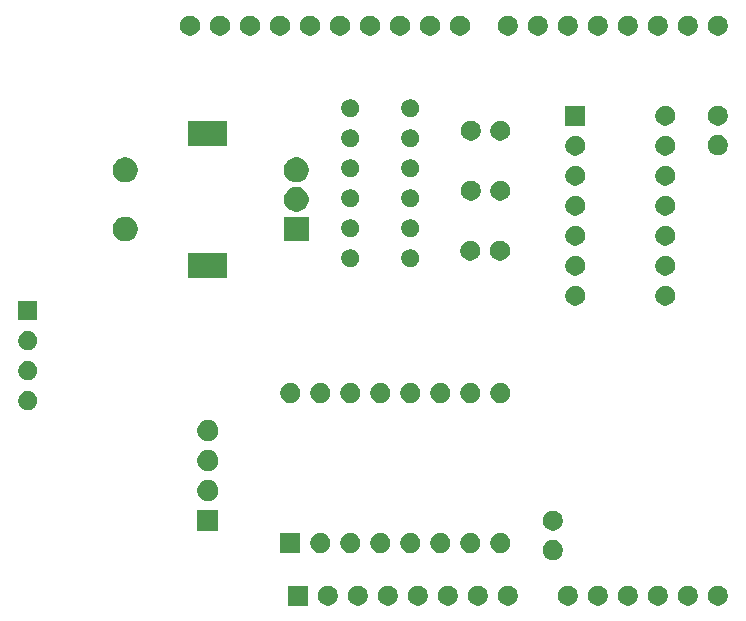
<source format=gbr>
G04 #@! TF.GenerationSoftware,KiCad,Pcbnew,(5.1.5)-3*
G04 #@! TF.CreationDate,2020-02-23T22:46:14-05:00*
G04 #@! TF.ProjectId,StupidDogFocuserPCB,53747570-6964-4446-9f67-466f63757365,1*
G04 #@! TF.SameCoordinates,Original*
G04 #@! TF.FileFunction,Soldermask,Bot*
G04 #@! TF.FilePolarity,Negative*
%FSLAX46Y46*%
G04 Gerber Fmt 4.6, Leading zero omitted, Abs format (unit mm)*
G04 Created by KiCad (PCBNEW (5.1.5)-3) date 2020-02-23 22:46:14*
%MOMM*%
%LPD*%
G04 APERTURE LIST*
%ADD10C,0.100000*%
G04 APERTURE END LIST*
D10*
G36*
X158998169Y-107131895D02*
G01*
X159153005Y-107196031D01*
X159292354Y-107289140D01*
X159410860Y-107407646D01*
X159503969Y-107546995D01*
X159568105Y-107701831D01*
X159600800Y-107866203D01*
X159600800Y-108033797D01*
X159568105Y-108198169D01*
X159503969Y-108353005D01*
X159410860Y-108492354D01*
X159292354Y-108610860D01*
X159153005Y-108703969D01*
X158998169Y-108768105D01*
X158833797Y-108800800D01*
X158666203Y-108800800D01*
X158501831Y-108768105D01*
X158346995Y-108703969D01*
X158207646Y-108610860D01*
X158089140Y-108492354D01*
X157996031Y-108353005D01*
X157931895Y-108198169D01*
X157899200Y-108033797D01*
X157899200Y-107866203D01*
X157931895Y-107701831D01*
X157996031Y-107546995D01*
X158089140Y-107407646D01*
X158207646Y-107289140D01*
X158346995Y-107196031D01*
X158501831Y-107131895D01*
X158666203Y-107099200D01*
X158833797Y-107099200D01*
X158998169Y-107131895D01*
G37*
G36*
X156458169Y-107131895D02*
G01*
X156613005Y-107196031D01*
X156752354Y-107289140D01*
X156870860Y-107407646D01*
X156963969Y-107546995D01*
X157028105Y-107701831D01*
X157060800Y-107866203D01*
X157060800Y-108033797D01*
X157028105Y-108198169D01*
X156963969Y-108353005D01*
X156870860Y-108492354D01*
X156752354Y-108610860D01*
X156613005Y-108703969D01*
X156458169Y-108768105D01*
X156293797Y-108800800D01*
X156126203Y-108800800D01*
X155961831Y-108768105D01*
X155806995Y-108703969D01*
X155667646Y-108610860D01*
X155549140Y-108492354D01*
X155456031Y-108353005D01*
X155391895Y-108198169D01*
X155359200Y-108033797D01*
X155359200Y-107866203D01*
X155391895Y-107701831D01*
X155456031Y-107546995D01*
X155549140Y-107407646D01*
X155667646Y-107289140D01*
X155806995Y-107196031D01*
X155961831Y-107131895D01*
X156126203Y-107099200D01*
X156293797Y-107099200D01*
X156458169Y-107131895D01*
G37*
G36*
X124040800Y-108800800D02*
G01*
X122339200Y-108800800D01*
X122339200Y-107099200D01*
X124040800Y-107099200D01*
X124040800Y-108800800D01*
G37*
G36*
X125978169Y-107131895D02*
G01*
X126133005Y-107196031D01*
X126272354Y-107289140D01*
X126390860Y-107407646D01*
X126483969Y-107546995D01*
X126548105Y-107701831D01*
X126580800Y-107866203D01*
X126580800Y-108033797D01*
X126548105Y-108198169D01*
X126483969Y-108353005D01*
X126390860Y-108492354D01*
X126272354Y-108610860D01*
X126133005Y-108703969D01*
X125978169Y-108768105D01*
X125813797Y-108800800D01*
X125646203Y-108800800D01*
X125481831Y-108768105D01*
X125326995Y-108703969D01*
X125187646Y-108610860D01*
X125069140Y-108492354D01*
X124976031Y-108353005D01*
X124911895Y-108198169D01*
X124879200Y-108033797D01*
X124879200Y-107866203D01*
X124911895Y-107701831D01*
X124976031Y-107546995D01*
X125069140Y-107407646D01*
X125187646Y-107289140D01*
X125326995Y-107196031D01*
X125481831Y-107131895D01*
X125646203Y-107099200D01*
X125813797Y-107099200D01*
X125978169Y-107131895D01*
G37*
G36*
X128518169Y-107131895D02*
G01*
X128673005Y-107196031D01*
X128812354Y-107289140D01*
X128930860Y-107407646D01*
X129023969Y-107546995D01*
X129088105Y-107701831D01*
X129120800Y-107866203D01*
X129120800Y-108033797D01*
X129088105Y-108198169D01*
X129023969Y-108353005D01*
X128930860Y-108492354D01*
X128812354Y-108610860D01*
X128673005Y-108703969D01*
X128518169Y-108768105D01*
X128353797Y-108800800D01*
X128186203Y-108800800D01*
X128021831Y-108768105D01*
X127866995Y-108703969D01*
X127727646Y-108610860D01*
X127609140Y-108492354D01*
X127516031Y-108353005D01*
X127451895Y-108198169D01*
X127419200Y-108033797D01*
X127419200Y-107866203D01*
X127451895Y-107701831D01*
X127516031Y-107546995D01*
X127609140Y-107407646D01*
X127727646Y-107289140D01*
X127866995Y-107196031D01*
X128021831Y-107131895D01*
X128186203Y-107099200D01*
X128353797Y-107099200D01*
X128518169Y-107131895D01*
G37*
G36*
X131058169Y-107131895D02*
G01*
X131213005Y-107196031D01*
X131352354Y-107289140D01*
X131470860Y-107407646D01*
X131563969Y-107546995D01*
X131628105Y-107701831D01*
X131660800Y-107866203D01*
X131660800Y-108033797D01*
X131628105Y-108198169D01*
X131563969Y-108353005D01*
X131470860Y-108492354D01*
X131352354Y-108610860D01*
X131213005Y-108703969D01*
X131058169Y-108768105D01*
X130893797Y-108800800D01*
X130726203Y-108800800D01*
X130561831Y-108768105D01*
X130406995Y-108703969D01*
X130267646Y-108610860D01*
X130149140Y-108492354D01*
X130056031Y-108353005D01*
X129991895Y-108198169D01*
X129959200Y-108033797D01*
X129959200Y-107866203D01*
X129991895Y-107701831D01*
X130056031Y-107546995D01*
X130149140Y-107407646D01*
X130267646Y-107289140D01*
X130406995Y-107196031D01*
X130561831Y-107131895D01*
X130726203Y-107099200D01*
X130893797Y-107099200D01*
X131058169Y-107131895D01*
G37*
G36*
X133598169Y-107131895D02*
G01*
X133753005Y-107196031D01*
X133892354Y-107289140D01*
X134010860Y-107407646D01*
X134103969Y-107546995D01*
X134168105Y-107701831D01*
X134200800Y-107866203D01*
X134200800Y-108033797D01*
X134168105Y-108198169D01*
X134103969Y-108353005D01*
X134010860Y-108492354D01*
X133892354Y-108610860D01*
X133753005Y-108703969D01*
X133598169Y-108768105D01*
X133433797Y-108800800D01*
X133266203Y-108800800D01*
X133101831Y-108768105D01*
X132946995Y-108703969D01*
X132807646Y-108610860D01*
X132689140Y-108492354D01*
X132596031Y-108353005D01*
X132531895Y-108198169D01*
X132499200Y-108033797D01*
X132499200Y-107866203D01*
X132531895Y-107701831D01*
X132596031Y-107546995D01*
X132689140Y-107407646D01*
X132807646Y-107289140D01*
X132946995Y-107196031D01*
X133101831Y-107131895D01*
X133266203Y-107099200D01*
X133433797Y-107099200D01*
X133598169Y-107131895D01*
G37*
G36*
X136138169Y-107131895D02*
G01*
X136293005Y-107196031D01*
X136432354Y-107289140D01*
X136550860Y-107407646D01*
X136643969Y-107546995D01*
X136708105Y-107701831D01*
X136740800Y-107866203D01*
X136740800Y-108033797D01*
X136708105Y-108198169D01*
X136643969Y-108353005D01*
X136550860Y-108492354D01*
X136432354Y-108610860D01*
X136293005Y-108703969D01*
X136138169Y-108768105D01*
X135973797Y-108800800D01*
X135806203Y-108800800D01*
X135641831Y-108768105D01*
X135486995Y-108703969D01*
X135347646Y-108610860D01*
X135229140Y-108492354D01*
X135136031Y-108353005D01*
X135071895Y-108198169D01*
X135039200Y-108033797D01*
X135039200Y-107866203D01*
X135071895Y-107701831D01*
X135136031Y-107546995D01*
X135229140Y-107407646D01*
X135347646Y-107289140D01*
X135486995Y-107196031D01*
X135641831Y-107131895D01*
X135806203Y-107099200D01*
X135973797Y-107099200D01*
X136138169Y-107131895D01*
G37*
G36*
X141218169Y-107131895D02*
G01*
X141373005Y-107196031D01*
X141512354Y-107289140D01*
X141630860Y-107407646D01*
X141723969Y-107546995D01*
X141788105Y-107701831D01*
X141820800Y-107866203D01*
X141820800Y-108033797D01*
X141788105Y-108198169D01*
X141723969Y-108353005D01*
X141630860Y-108492354D01*
X141512354Y-108610860D01*
X141373005Y-108703969D01*
X141218169Y-108768105D01*
X141053797Y-108800800D01*
X140886203Y-108800800D01*
X140721831Y-108768105D01*
X140566995Y-108703969D01*
X140427646Y-108610860D01*
X140309140Y-108492354D01*
X140216031Y-108353005D01*
X140151895Y-108198169D01*
X140119200Y-108033797D01*
X140119200Y-107866203D01*
X140151895Y-107701831D01*
X140216031Y-107546995D01*
X140309140Y-107407646D01*
X140427646Y-107289140D01*
X140566995Y-107196031D01*
X140721831Y-107131895D01*
X140886203Y-107099200D01*
X141053797Y-107099200D01*
X141218169Y-107131895D01*
G37*
G36*
X146298169Y-107131895D02*
G01*
X146453005Y-107196031D01*
X146592354Y-107289140D01*
X146710860Y-107407646D01*
X146803969Y-107546995D01*
X146868105Y-107701831D01*
X146900800Y-107866203D01*
X146900800Y-108033797D01*
X146868105Y-108198169D01*
X146803969Y-108353005D01*
X146710860Y-108492354D01*
X146592354Y-108610860D01*
X146453005Y-108703969D01*
X146298169Y-108768105D01*
X146133797Y-108800800D01*
X145966203Y-108800800D01*
X145801831Y-108768105D01*
X145646995Y-108703969D01*
X145507646Y-108610860D01*
X145389140Y-108492354D01*
X145296031Y-108353005D01*
X145231895Y-108198169D01*
X145199200Y-108033797D01*
X145199200Y-107866203D01*
X145231895Y-107701831D01*
X145296031Y-107546995D01*
X145389140Y-107407646D01*
X145507646Y-107289140D01*
X145646995Y-107196031D01*
X145801831Y-107131895D01*
X145966203Y-107099200D01*
X146133797Y-107099200D01*
X146298169Y-107131895D01*
G37*
G36*
X148838169Y-107131895D02*
G01*
X148993005Y-107196031D01*
X149132354Y-107289140D01*
X149250860Y-107407646D01*
X149343969Y-107546995D01*
X149408105Y-107701831D01*
X149440800Y-107866203D01*
X149440800Y-108033797D01*
X149408105Y-108198169D01*
X149343969Y-108353005D01*
X149250860Y-108492354D01*
X149132354Y-108610860D01*
X148993005Y-108703969D01*
X148838169Y-108768105D01*
X148673797Y-108800800D01*
X148506203Y-108800800D01*
X148341831Y-108768105D01*
X148186995Y-108703969D01*
X148047646Y-108610860D01*
X147929140Y-108492354D01*
X147836031Y-108353005D01*
X147771895Y-108198169D01*
X147739200Y-108033797D01*
X147739200Y-107866203D01*
X147771895Y-107701831D01*
X147836031Y-107546995D01*
X147929140Y-107407646D01*
X148047646Y-107289140D01*
X148186995Y-107196031D01*
X148341831Y-107131895D01*
X148506203Y-107099200D01*
X148673797Y-107099200D01*
X148838169Y-107131895D01*
G37*
G36*
X151378169Y-107131895D02*
G01*
X151533005Y-107196031D01*
X151672354Y-107289140D01*
X151790860Y-107407646D01*
X151883969Y-107546995D01*
X151948105Y-107701831D01*
X151980800Y-107866203D01*
X151980800Y-108033797D01*
X151948105Y-108198169D01*
X151883969Y-108353005D01*
X151790860Y-108492354D01*
X151672354Y-108610860D01*
X151533005Y-108703969D01*
X151378169Y-108768105D01*
X151213797Y-108800800D01*
X151046203Y-108800800D01*
X150881831Y-108768105D01*
X150726995Y-108703969D01*
X150587646Y-108610860D01*
X150469140Y-108492354D01*
X150376031Y-108353005D01*
X150311895Y-108198169D01*
X150279200Y-108033797D01*
X150279200Y-107866203D01*
X150311895Y-107701831D01*
X150376031Y-107546995D01*
X150469140Y-107407646D01*
X150587646Y-107289140D01*
X150726995Y-107196031D01*
X150881831Y-107131895D01*
X151046203Y-107099200D01*
X151213797Y-107099200D01*
X151378169Y-107131895D01*
G37*
G36*
X153918169Y-107131895D02*
G01*
X154073005Y-107196031D01*
X154212354Y-107289140D01*
X154330860Y-107407646D01*
X154423969Y-107546995D01*
X154488105Y-107701831D01*
X154520800Y-107866203D01*
X154520800Y-108033797D01*
X154488105Y-108198169D01*
X154423969Y-108353005D01*
X154330860Y-108492354D01*
X154212354Y-108610860D01*
X154073005Y-108703969D01*
X153918169Y-108768105D01*
X153753797Y-108800800D01*
X153586203Y-108800800D01*
X153421831Y-108768105D01*
X153266995Y-108703969D01*
X153127646Y-108610860D01*
X153009140Y-108492354D01*
X152916031Y-108353005D01*
X152851895Y-108198169D01*
X152819200Y-108033797D01*
X152819200Y-107866203D01*
X152851895Y-107701831D01*
X152916031Y-107546995D01*
X153009140Y-107407646D01*
X153127646Y-107289140D01*
X153266995Y-107196031D01*
X153421831Y-107131895D01*
X153586203Y-107099200D01*
X153753797Y-107099200D01*
X153918169Y-107131895D01*
G37*
G36*
X138678169Y-107131895D02*
G01*
X138833005Y-107196031D01*
X138972354Y-107289140D01*
X139090860Y-107407646D01*
X139183969Y-107546995D01*
X139248105Y-107701831D01*
X139280800Y-107866203D01*
X139280800Y-108033797D01*
X139248105Y-108198169D01*
X139183969Y-108353005D01*
X139090860Y-108492354D01*
X138972354Y-108610860D01*
X138833005Y-108703969D01*
X138678169Y-108768105D01*
X138513797Y-108800800D01*
X138346203Y-108800800D01*
X138181831Y-108768105D01*
X138026995Y-108703969D01*
X137887646Y-108610860D01*
X137769140Y-108492354D01*
X137676031Y-108353005D01*
X137611895Y-108198169D01*
X137579200Y-108033797D01*
X137579200Y-107866203D01*
X137611895Y-107701831D01*
X137676031Y-107546995D01*
X137769140Y-107407646D01*
X137887646Y-107289140D01*
X138026995Y-107196031D01*
X138181831Y-107131895D01*
X138346203Y-107099200D01*
X138513797Y-107099200D01*
X138678169Y-107131895D01*
G37*
G36*
X145028169Y-103281895D02*
G01*
X145183005Y-103346031D01*
X145322354Y-103439140D01*
X145440860Y-103557646D01*
X145533969Y-103696995D01*
X145598105Y-103851831D01*
X145630800Y-104016203D01*
X145630800Y-104183797D01*
X145598105Y-104348169D01*
X145533969Y-104503005D01*
X145440860Y-104642354D01*
X145322354Y-104760860D01*
X145183005Y-104853969D01*
X145028169Y-104918105D01*
X144863797Y-104950800D01*
X144696203Y-104950800D01*
X144531831Y-104918105D01*
X144376995Y-104853969D01*
X144237646Y-104760860D01*
X144119140Y-104642354D01*
X144026031Y-104503005D01*
X143961895Y-104348169D01*
X143929200Y-104183797D01*
X143929200Y-104016203D01*
X143961895Y-103851831D01*
X144026031Y-103696995D01*
X144119140Y-103557646D01*
X144237646Y-103439140D01*
X144376995Y-103346031D01*
X144531831Y-103281895D01*
X144696203Y-103249200D01*
X144863797Y-103249200D01*
X145028169Y-103281895D01*
G37*
G36*
X130423169Y-102686895D02*
G01*
X130578005Y-102751031D01*
X130717354Y-102844140D01*
X130835860Y-102962646D01*
X130928969Y-103101995D01*
X130993105Y-103256831D01*
X131025800Y-103421203D01*
X131025800Y-103588797D01*
X130993105Y-103753169D01*
X130928969Y-103908005D01*
X130835860Y-104047354D01*
X130717354Y-104165860D01*
X130578005Y-104258969D01*
X130423169Y-104323105D01*
X130258797Y-104355800D01*
X130091203Y-104355800D01*
X129926831Y-104323105D01*
X129771995Y-104258969D01*
X129632646Y-104165860D01*
X129514140Y-104047354D01*
X129421031Y-103908005D01*
X129356895Y-103753169D01*
X129324200Y-103588797D01*
X129324200Y-103421203D01*
X129356895Y-103256831D01*
X129421031Y-103101995D01*
X129514140Y-102962646D01*
X129632646Y-102844140D01*
X129771995Y-102751031D01*
X129926831Y-102686895D01*
X130091203Y-102654200D01*
X130258797Y-102654200D01*
X130423169Y-102686895D01*
G37*
G36*
X125343169Y-102686895D02*
G01*
X125498005Y-102751031D01*
X125637354Y-102844140D01*
X125755860Y-102962646D01*
X125848969Y-103101995D01*
X125913105Y-103256831D01*
X125945800Y-103421203D01*
X125945800Y-103588797D01*
X125913105Y-103753169D01*
X125848969Y-103908005D01*
X125755860Y-104047354D01*
X125637354Y-104165860D01*
X125498005Y-104258969D01*
X125343169Y-104323105D01*
X125178797Y-104355800D01*
X125011203Y-104355800D01*
X124846831Y-104323105D01*
X124691995Y-104258969D01*
X124552646Y-104165860D01*
X124434140Y-104047354D01*
X124341031Y-103908005D01*
X124276895Y-103753169D01*
X124244200Y-103588797D01*
X124244200Y-103421203D01*
X124276895Y-103256831D01*
X124341031Y-103101995D01*
X124434140Y-102962646D01*
X124552646Y-102844140D01*
X124691995Y-102751031D01*
X124846831Y-102686895D01*
X125011203Y-102654200D01*
X125178797Y-102654200D01*
X125343169Y-102686895D01*
G37*
G36*
X127883169Y-102686895D02*
G01*
X128038005Y-102751031D01*
X128177354Y-102844140D01*
X128295860Y-102962646D01*
X128388969Y-103101995D01*
X128453105Y-103256831D01*
X128485800Y-103421203D01*
X128485800Y-103588797D01*
X128453105Y-103753169D01*
X128388969Y-103908005D01*
X128295860Y-104047354D01*
X128177354Y-104165860D01*
X128038005Y-104258969D01*
X127883169Y-104323105D01*
X127718797Y-104355800D01*
X127551203Y-104355800D01*
X127386831Y-104323105D01*
X127231995Y-104258969D01*
X127092646Y-104165860D01*
X126974140Y-104047354D01*
X126881031Y-103908005D01*
X126816895Y-103753169D01*
X126784200Y-103588797D01*
X126784200Y-103421203D01*
X126816895Y-103256831D01*
X126881031Y-103101995D01*
X126974140Y-102962646D01*
X127092646Y-102844140D01*
X127231995Y-102751031D01*
X127386831Y-102686895D01*
X127551203Y-102654200D01*
X127718797Y-102654200D01*
X127883169Y-102686895D01*
G37*
G36*
X132963169Y-102686895D02*
G01*
X133118005Y-102751031D01*
X133257354Y-102844140D01*
X133375860Y-102962646D01*
X133468969Y-103101995D01*
X133533105Y-103256831D01*
X133565800Y-103421203D01*
X133565800Y-103588797D01*
X133533105Y-103753169D01*
X133468969Y-103908005D01*
X133375860Y-104047354D01*
X133257354Y-104165860D01*
X133118005Y-104258969D01*
X132963169Y-104323105D01*
X132798797Y-104355800D01*
X132631203Y-104355800D01*
X132466831Y-104323105D01*
X132311995Y-104258969D01*
X132172646Y-104165860D01*
X132054140Y-104047354D01*
X131961031Y-103908005D01*
X131896895Y-103753169D01*
X131864200Y-103588797D01*
X131864200Y-103421203D01*
X131896895Y-103256831D01*
X131961031Y-103101995D01*
X132054140Y-102962646D01*
X132172646Y-102844140D01*
X132311995Y-102751031D01*
X132466831Y-102686895D01*
X132631203Y-102654200D01*
X132798797Y-102654200D01*
X132963169Y-102686895D01*
G37*
G36*
X135503169Y-102686895D02*
G01*
X135658005Y-102751031D01*
X135797354Y-102844140D01*
X135915860Y-102962646D01*
X136008969Y-103101995D01*
X136073105Y-103256831D01*
X136105800Y-103421203D01*
X136105800Y-103588797D01*
X136073105Y-103753169D01*
X136008969Y-103908005D01*
X135915860Y-104047354D01*
X135797354Y-104165860D01*
X135658005Y-104258969D01*
X135503169Y-104323105D01*
X135338797Y-104355800D01*
X135171203Y-104355800D01*
X135006831Y-104323105D01*
X134851995Y-104258969D01*
X134712646Y-104165860D01*
X134594140Y-104047354D01*
X134501031Y-103908005D01*
X134436895Y-103753169D01*
X134404200Y-103588797D01*
X134404200Y-103421203D01*
X134436895Y-103256831D01*
X134501031Y-103101995D01*
X134594140Y-102962646D01*
X134712646Y-102844140D01*
X134851995Y-102751031D01*
X135006831Y-102686895D01*
X135171203Y-102654200D01*
X135338797Y-102654200D01*
X135503169Y-102686895D01*
G37*
G36*
X138043169Y-102686895D02*
G01*
X138198005Y-102751031D01*
X138337354Y-102844140D01*
X138455860Y-102962646D01*
X138548969Y-103101995D01*
X138613105Y-103256831D01*
X138645800Y-103421203D01*
X138645800Y-103588797D01*
X138613105Y-103753169D01*
X138548969Y-103908005D01*
X138455860Y-104047354D01*
X138337354Y-104165860D01*
X138198005Y-104258969D01*
X138043169Y-104323105D01*
X137878797Y-104355800D01*
X137711203Y-104355800D01*
X137546831Y-104323105D01*
X137391995Y-104258969D01*
X137252646Y-104165860D01*
X137134140Y-104047354D01*
X137041031Y-103908005D01*
X136976895Y-103753169D01*
X136944200Y-103588797D01*
X136944200Y-103421203D01*
X136976895Y-103256831D01*
X137041031Y-103101995D01*
X137134140Y-102962646D01*
X137252646Y-102844140D01*
X137391995Y-102751031D01*
X137546831Y-102686895D01*
X137711203Y-102654200D01*
X137878797Y-102654200D01*
X138043169Y-102686895D01*
G37*
G36*
X140583169Y-102686895D02*
G01*
X140738005Y-102751031D01*
X140877354Y-102844140D01*
X140995860Y-102962646D01*
X141088969Y-103101995D01*
X141153105Y-103256831D01*
X141185800Y-103421203D01*
X141185800Y-103588797D01*
X141153105Y-103753169D01*
X141088969Y-103908005D01*
X140995860Y-104047354D01*
X140877354Y-104165860D01*
X140738005Y-104258969D01*
X140583169Y-104323105D01*
X140418797Y-104355800D01*
X140251203Y-104355800D01*
X140086831Y-104323105D01*
X139931995Y-104258969D01*
X139792646Y-104165860D01*
X139674140Y-104047354D01*
X139581031Y-103908005D01*
X139516895Y-103753169D01*
X139484200Y-103588797D01*
X139484200Y-103421203D01*
X139516895Y-103256831D01*
X139581031Y-103101995D01*
X139674140Y-102962646D01*
X139792646Y-102844140D01*
X139931995Y-102751031D01*
X140086831Y-102686895D01*
X140251203Y-102654200D01*
X140418797Y-102654200D01*
X140583169Y-102686895D01*
G37*
G36*
X123405800Y-104355800D02*
G01*
X121704200Y-104355800D01*
X121704200Y-102654200D01*
X123405800Y-102654200D01*
X123405800Y-104355800D01*
G37*
G36*
X116470800Y-102500800D02*
G01*
X114669200Y-102500800D01*
X114669200Y-100699200D01*
X116470800Y-100699200D01*
X116470800Y-102500800D01*
G37*
G36*
X145028169Y-100781895D02*
G01*
X145183005Y-100846031D01*
X145322354Y-100939140D01*
X145440860Y-101057646D01*
X145533969Y-101196995D01*
X145598105Y-101351831D01*
X145630800Y-101516203D01*
X145630800Y-101683797D01*
X145598105Y-101848169D01*
X145533969Y-102003005D01*
X145440860Y-102142354D01*
X145322354Y-102260860D01*
X145183005Y-102353969D01*
X145028169Y-102418105D01*
X144863797Y-102450800D01*
X144696203Y-102450800D01*
X144531831Y-102418105D01*
X144376995Y-102353969D01*
X144237646Y-102260860D01*
X144119140Y-102142354D01*
X144026031Y-102003005D01*
X143961895Y-101848169D01*
X143929200Y-101683797D01*
X143929200Y-101516203D01*
X143961895Y-101351831D01*
X144026031Y-101196995D01*
X144119140Y-101057646D01*
X144237646Y-100939140D01*
X144376995Y-100846031D01*
X144531831Y-100781895D01*
X144696203Y-100749200D01*
X144863797Y-100749200D01*
X145028169Y-100781895D01*
G37*
G36*
X115832754Y-98193817D02*
G01*
X115996689Y-98261721D01*
X116144227Y-98360303D01*
X116269697Y-98485773D01*
X116368279Y-98633311D01*
X116436183Y-98797246D01*
X116470800Y-98971279D01*
X116470800Y-99148721D01*
X116436183Y-99322754D01*
X116368279Y-99486689D01*
X116269697Y-99634227D01*
X116144227Y-99759697D01*
X115996689Y-99858279D01*
X115832754Y-99926183D01*
X115658721Y-99960800D01*
X115481279Y-99960800D01*
X115307246Y-99926183D01*
X115143311Y-99858279D01*
X114995773Y-99759697D01*
X114870303Y-99634227D01*
X114771721Y-99486689D01*
X114703817Y-99322754D01*
X114669200Y-99148721D01*
X114669200Y-98971279D01*
X114703817Y-98797246D01*
X114771721Y-98633311D01*
X114870303Y-98485773D01*
X114995773Y-98360303D01*
X115143311Y-98261721D01*
X115307246Y-98193817D01*
X115481279Y-98159200D01*
X115658721Y-98159200D01*
X115832754Y-98193817D01*
G37*
G36*
X115832754Y-95653817D02*
G01*
X115996689Y-95721721D01*
X116144227Y-95820303D01*
X116269697Y-95945773D01*
X116368279Y-96093311D01*
X116436183Y-96257246D01*
X116470800Y-96431279D01*
X116470800Y-96608721D01*
X116436183Y-96782754D01*
X116368279Y-96946689D01*
X116269697Y-97094227D01*
X116144227Y-97219697D01*
X115996689Y-97318279D01*
X115832754Y-97386183D01*
X115658721Y-97420800D01*
X115481279Y-97420800D01*
X115307246Y-97386183D01*
X115143311Y-97318279D01*
X114995773Y-97219697D01*
X114870303Y-97094227D01*
X114771721Y-96946689D01*
X114703817Y-96782754D01*
X114669200Y-96608721D01*
X114669200Y-96431279D01*
X114703817Y-96257246D01*
X114771721Y-96093311D01*
X114870303Y-95945773D01*
X114995773Y-95820303D01*
X115143311Y-95721721D01*
X115307246Y-95653817D01*
X115481279Y-95619200D01*
X115658721Y-95619200D01*
X115832754Y-95653817D01*
G37*
G36*
X115832754Y-93113817D02*
G01*
X115996689Y-93181721D01*
X116144227Y-93280303D01*
X116269697Y-93405773D01*
X116368279Y-93553311D01*
X116436183Y-93717246D01*
X116470800Y-93891279D01*
X116470800Y-94068721D01*
X116436183Y-94242754D01*
X116368279Y-94406689D01*
X116269697Y-94554227D01*
X116144227Y-94679697D01*
X115996689Y-94778279D01*
X115832754Y-94846183D01*
X115658721Y-94880800D01*
X115481279Y-94880800D01*
X115307246Y-94846183D01*
X115143311Y-94778279D01*
X114995773Y-94679697D01*
X114870303Y-94554227D01*
X114771721Y-94406689D01*
X114703817Y-94242754D01*
X114669200Y-94068721D01*
X114669200Y-93891279D01*
X114703817Y-93717246D01*
X114771721Y-93553311D01*
X114870303Y-93405773D01*
X114995773Y-93280303D01*
X115143311Y-93181721D01*
X115307246Y-93113817D01*
X115481279Y-93079200D01*
X115658721Y-93079200D01*
X115832754Y-93113817D01*
G37*
G36*
X100563585Y-90669974D02*
G01*
X100709322Y-90730339D01*
X100840482Y-90817978D01*
X100952022Y-90929518D01*
X101039661Y-91060678D01*
X101100026Y-91206415D01*
X101130800Y-91361128D01*
X101130800Y-91518872D01*
X101100026Y-91673585D01*
X101039661Y-91819322D01*
X100952022Y-91950482D01*
X100840482Y-92062022D01*
X100709322Y-92149661D01*
X100563585Y-92210026D01*
X100408872Y-92240800D01*
X100251128Y-92240800D01*
X100096415Y-92210026D01*
X99950678Y-92149661D01*
X99819518Y-92062022D01*
X99707978Y-91950482D01*
X99620339Y-91819322D01*
X99559974Y-91673585D01*
X99529200Y-91518872D01*
X99529200Y-91361128D01*
X99559974Y-91206415D01*
X99620339Y-91060678D01*
X99707978Y-90929518D01*
X99819518Y-90817978D01*
X99950678Y-90730339D01*
X100096415Y-90669974D01*
X100251128Y-90639200D01*
X100408872Y-90639200D01*
X100563585Y-90669974D01*
G37*
G36*
X125343169Y-89986895D02*
G01*
X125498005Y-90051031D01*
X125637354Y-90144140D01*
X125755860Y-90262646D01*
X125848969Y-90401995D01*
X125913105Y-90556831D01*
X125945800Y-90721203D01*
X125945800Y-90888797D01*
X125913105Y-91053169D01*
X125848969Y-91208005D01*
X125755860Y-91347354D01*
X125637354Y-91465860D01*
X125498005Y-91558969D01*
X125343169Y-91623105D01*
X125178797Y-91655800D01*
X125011203Y-91655800D01*
X124846831Y-91623105D01*
X124691995Y-91558969D01*
X124552646Y-91465860D01*
X124434140Y-91347354D01*
X124341031Y-91208005D01*
X124276895Y-91053169D01*
X124244200Y-90888797D01*
X124244200Y-90721203D01*
X124276895Y-90556831D01*
X124341031Y-90401995D01*
X124434140Y-90262646D01*
X124552646Y-90144140D01*
X124691995Y-90051031D01*
X124846831Y-89986895D01*
X125011203Y-89954200D01*
X125178797Y-89954200D01*
X125343169Y-89986895D01*
G37*
G36*
X122803169Y-89986895D02*
G01*
X122958005Y-90051031D01*
X123097354Y-90144140D01*
X123215860Y-90262646D01*
X123308969Y-90401995D01*
X123373105Y-90556831D01*
X123405800Y-90721203D01*
X123405800Y-90888797D01*
X123373105Y-91053169D01*
X123308969Y-91208005D01*
X123215860Y-91347354D01*
X123097354Y-91465860D01*
X122958005Y-91558969D01*
X122803169Y-91623105D01*
X122638797Y-91655800D01*
X122471203Y-91655800D01*
X122306831Y-91623105D01*
X122151995Y-91558969D01*
X122012646Y-91465860D01*
X121894140Y-91347354D01*
X121801031Y-91208005D01*
X121736895Y-91053169D01*
X121704200Y-90888797D01*
X121704200Y-90721203D01*
X121736895Y-90556831D01*
X121801031Y-90401995D01*
X121894140Y-90262646D01*
X122012646Y-90144140D01*
X122151995Y-90051031D01*
X122306831Y-89986895D01*
X122471203Y-89954200D01*
X122638797Y-89954200D01*
X122803169Y-89986895D01*
G37*
G36*
X127883169Y-89986895D02*
G01*
X128038005Y-90051031D01*
X128177354Y-90144140D01*
X128295860Y-90262646D01*
X128388969Y-90401995D01*
X128453105Y-90556831D01*
X128485800Y-90721203D01*
X128485800Y-90888797D01*
X128453105Y-91053169D01*
X128388969Y-91208005D01*
X128295860Y-91347354D01*
X128177354Y-91465860D01*
X128038005Y-91558969D01*
X127883169Y-91623105D01*
X127718797Y-91655800D01*
X127551203Y-91655800D01*
X127386831Y-91623105D01*
X127231995Y-91558969D01*
X127092646Y-91465860D01*
X126974140Y-91347354D01*
X126881031Y-91208005D01*
X126816895Y-91053169D01*
X126784200Y-90888797D01*
X126784200Y-90721203D01*
X126816895Y-90556831D01*
X126881031Y-90401995D01*
X126974140Y-90262646D01*
X127092646Y-90144140D01*
X127231995Y-90051031D01*
X127386831Y-89986895D01*
X127551203Y-89954200D01*
X127718797Y-89954200D01*
X127883169Y-89986895D01*
G37*
G36*
X130423169Y-89986895D02*
G01*
X130578005Y-90051031D01*
X130717354Y-90144140D01*
X130835860Y-90262646D01*
X130928969Y-90401995D01*
X130993105Y-90556831D01*
X131025800Y-90721203D01*
X131025800Y-90888797D01*
X130993105Y-91053169D01*
X130928969Y-91208005D01*
X130835860Y-91347354D01*
X130717354Y-91465860D01*
X130578005Y-91558969D01*
X130423169Y-91623105D01*
X130258797Y-91655800D01*
X130091203Y-91655800D01*
X129926831Y-91623105D01*
X129771995Y-91558969D01*
X129632646Y-91465860D01*
X129514140Y-91347354D01*
X129421031Y-91208005D01*
X129356895Y-91053169D01*
X129324200Y-90888797D01*
X129324200Y-90721203D01*
X129356895Y-90556831D01*
X129421031Y-90401995D01*
X129514140Y-90262646D01*
X129632646Y-90144140D01*
X129771995Y-90051031D01*
X129926831Y-89986895D01*
X130091203Y-89954200D01*
X130258797Y-89954200D01*
X130423169Y-89986895D01*
G37*
G36*
X135503169Y-89986895D02*
G01*
X135658005Y-90051031D01*
X135797354Y-90144140D01*
X135915860Y-90262646D01*
X136008969Y-90401995D01*
X136073105Y-90556831D01*
X136105800Y-90721203D01*
X136105800Y-90888797D01*
X136073105Y-91053169D01*
X136008969Y-91208005D01*
X135915860Y-91347354D01*
X135797354Y-91465860D01*
X135658005Y-91558969D01*
X135503169Y-91623105D01*
X135338797Y-91655800D01*
X135171203Y-91655800D01*
X135006831Y-91623105D01*
X134851995Y-91558969D01*
X134712646Y-91465860D01*
X134594140Y-91347354D01*
X134501031Y-91208005D01*
X134436895Y-91053169D01*
X134404200Y-90888797D01*
X134404200Y-90721203D01*
X134436895Y-90556831D01*
X134501031Y-90401995D01*
X134594140Y-90262646D01*
X134712646Y-90144140D01*
X134851995Y-90051031D01*
X135006831Y-89986895D01*
X135171203Y-89954200D01*
X135338797Y-89954200D01*
X135503169Y-89986895D01*
G37*
G36*
X138043169Y-89986895D02*
G01*
X138198005Y-90051031D01*
X138337354Y-90144140D01*
X138455860Y-90262646D01*
X138548969Y-90401995D01*
X138613105Y-90556831D01*
X138645800Y-90721203D01*
X138645800Y-90888797D01*
X138613105Y-91053169D01*
X138548969Y-91208005D01*
X138455860Y-91347354D01*
X138337354Y-91465860D01*
X138198005Y-91558969D01*
X138043169Y-91623105D01*
X137878797Y-91655800D01*
X137711203Y-91655800D01*
X137546831Y-91623105D01*
X137391995Y-91558969D01*
X137252646Y-91465860D01*
X137134140Y-91347354D01*
X137041031Y-91208005D01*
X136976895Y-91053169D01*
X136944200Y-90888797D01*
X136944200Y-90721203D01*
X136976895Y-90556831D01*
X137041031Y-90401995D01*
X137134140Y-90262646D01*
X137252646Y-90144140D01*
X137391995Y-90051031D01*
X137546831Y-89986895D01*
X137711203Y-89954200D01*
X137878797Y-89954200D01*
X138043169Y-89986895D01*
G37*
G36*
X140583169Y-89986895D02*
G01*
X140738005Y-90051031D01*
X140877354Y-90144140D01*
X140995860Y-90262646D01*
X141088969Y-90401995D01*
X141153105Y-90556831D01*
X141185800Y-90721203D01*
X141185800Y-90888797D01*
X141153105Y-91053169D01*
X141088969Y-91208005D01*
X140995860Y-91347354D01*
X140877354Y-91465860D01*
X140738005Y-91558969D01*
X140583169Y-91623105D01*
X140418797Y-91655800D01*
X140251203Y-91655800D01*
X140086831Y-91623105D01*
X139931995Y-91558969D01*
X139792646Y-91465860D01*
X139674140Y-91347354D01*
X139581031Y-91208005D01*
X139516895Y-91053169D01*
X139484200Y-90888797D01*
X139484200Y-90721203D01*
X139516895Y-90556831D01*
X139581031Y-90401995D01*
X139674140Y-90262646D01*
X139792646Y-90144140D01*
X139931995Y-90051031D01*
X140086831Y-89986895D01*
X140251203Y-89954200D01*
X140418797Y-89954200D01*
X140583169Y-89986895D01*
G37*
G36*
X132963169Y-89986895D02*
G01*
X133118005Y-90051031D01*
X133257354Y-90144140D01*
X133375860Y-90262646D01*
X133468969Y-90401995D01*
X133533105Y-90556831D01*
X133565800Y-90721203D01*
X133565800Y-90888797D01*
X133533105Y-91053169D01*
X133468969Y-91208005D01*
X133375860Y-91347354D01*
X133257354Y-91465860D01*
X133118005Y-91558969D01*
X132963169Y-91623105D01*
X132798797Y-91655800D01*
X132631203Y-91655800D01*
X132466831Y-91623105D01*
X132311995Y-91558969D01*
X132172646Y-91465860D01*
X132054140Y-91347354D01*
X131961031Y-91208005D01*
X131896895Y-91053169D01*
X131864200Y-90888797D01*
X131864200Y-90721203D01*
X131896895Y-90556831D01*
X131961031Y-90401995D01*
X132054140Y-90262646D01*
X132172646Y-90144140D01*
X132311995Y-90051031D01*
X132466831Y-89986895D01*
X132631203Y-89954200D01*
X132798797Y-89954200D01*
X132963169Y-89986895D01*
G37*
G36*
X100563585Y-88129974D02*
G01*
X100709322Y-88190339D01*
X100840482Y-88277978D01*
X100952022Y-88389518D01*
X101039661Y-88520678D01*
X101100026Y-88666415D01*
X101130800Y-88821128D01*
X101130800Y-88978872D01*
X101100026Y-89133585D01*
X101039661Y-89279322D01*
X100952022Y-89410482D01*
X100840482Y-89522022D01*
X100709322Y-89609661D01*
X100563585Y-89670026D01*
X100408872Y-89700800D01*
X100251128Y-89700800D01*
X100096415Y-89670026D01*
X99950678Y-89609661D01*
X99819518Y-89522022D01*
X99707978Y-89410482D01*
X99620339Y-89279322D01*
X99559974Y-89133585D01*
X99529200Y-88978872D01*
X99529200Y-88821128D01*
X99559974Y-88666415D01*
X99620339Y-88520678D01*
X99707978Y-88389518D01*
X99819518Y-88277978D01*
X99950678Y-88190339D01*
X100096415Y-88129974D01*
X100251128Y-88099200D01*
X100408872Y-88099200D01*
X100563585Y-88129974D01*
G37*
G36*
X100563585Y-85589974D02*
G01*
X100709322Y-85650339D01*
X100840482Y-85737978D01*
X100952022Y-85849518D01*
X101039661Y-85980678D01*
X101100026Y-86126415D01*
X101130800Y-86281128D01*
X101130800Y-86438872D01*
X101100026Y-86593585D01*
X101039661Y-86739322D01*
X100952022Y-86870482D01*
X100840482Y-86982022D01*
X100709322Y-87069661D01*
X100563585Y-87130026D01*
X100408872Y-87160800D01*
X100251128Y-87160800D01*
X100096415Y-87130026D01*
X99950678Y-87069661D01*
X99819518Y-86982022D01*
X99707978Y-86870482D01*
X99620339Y-86739322D01*
X99559974Y-86593585D01*
X99529200Y-86438872D01*
X99529200Y-86281128D01*
X99559974Y-86126415D01*
X99620339Y-85980678D01*
X99707978Y-85849518D01*
X99819518Y-85737978D01*
X99950678Y-85650339D01*
X100096415Y-85589974D01*
X100251128Y-85559200D01*
X100408872Y-85559200D01*
X100563585Y-85589974D01*
G37*
G36*
X101130800Y-84620800D02*
G01*
X99529200Y-84620800D01*
X99529200Y-83019200D01*
X101130800Y-83019200D01*
X101130800Y-84620800D01*
G37*
G36*
X146933169Y-81731895D02*
G01*
X147088005Y-81796031D01*
X147227354Y-81889140D01*
X147345860Y-82007646D01*
X147438969Y-82146995D01*
X147503105Y-82301831D01*
X147535800Y-82466203D01*
X147535800Y-82633797D01*
X147503105Y-82798169D01*
X147438969Y-82953005D01*
X147345860Y-83092354D01*
X147227354Y-83210860D01*
X147088005Y-83303969D01*
X146933169Y-83368105D01*
X146768797Y-83400800D01*
X146601203Y-83400800D01*
X146436831Y-83368105D01*
X146281995Y-83303969D01*
X146142646Y-83210860D01*
X146024140Y-83092354D01*
X145931031Y-82953005D01*
X145866895Y-82798169D01*
X145834200Y-82633797D01*
X145834200Y-82466203D01*
X145866895Y-82301831D01*
X145931031Y-82146995D01*
X146024140Y-82007646D01*
X146142646Y-81889140D01*
X146281995Y-81796031D01*
X146436831Y-81731895D01*
X146601203Y-81699200D01*
X146768797Y-81699200D01*
X146933169Y-81731895D01*
G37*
G36*
X154553169Y-81731895D02*
G01*
X154708005Y-81796031D01*
X154847354Y-81889140D01*
X154965860Y-82007646D01*
X155058969Y-82146995D01*
X155123105Y-82301831D01*
X155155800Y-82466203D01*
X155155800Y-82633797D01*
X155123105Y-82798169D01*
X155058969Y-82953005D01*
X154965860Y-83092354D01*
X154847354Y-83210860D01*
X154708005Y-83303969D01*
X154553169Y-83368105D01*
X154388797Y-83400800D01*
X154221203Y-83400800D01*
X154056831Y-83368105D01*
X153901995Y-83303969D01*
X153762646Y-83210860D01*
X153644140Y-83092354D01*
X153551031Y-82953005D01*
X153486895Y-82798169D01*
X153454200Y-82633797D01*
X153454200Y-82466203D01*
X153486895Y-82301831D01*
X153551031Y-82146995D01*
X153644140Y-82007646D01*
X153762646Y-81889140D01*
X153901995Y-81796031D01*
X154056831Y-81731895D01*
X154221203Y-81699200D01*
X154388797Y-81699200D01*
X154553169Y-81731895D01*
G37*
G36*
X117220800Y-81060800D02*
G01*
X113919200Y-81060800D01*
X113919200Y-78959200D01*
X117220800Y-78959200D01*
X117220800Y-81060800D01*
G37*
G36*
X146933169Y-79191895D02*
G01*
X147088005Y-79256031D01*
X147227354Y-79349140D01*
X147345860Y-79467646D01*
X147438969Y-79606995D01*
X147503105Y-79761831D01*
X147535800Y-79926203D01*
X147535800Y-80093797D01*
X147503105Y-80258169D01*
X147438969Y-80413005D01*
X147345860Y-80552354D01*
X147227354Y-80670860D01*
X147088005Y-80763969D01*
X146933169Y-80828105D01*
X146768797Y-80860800D01*
X146601203Y-80860800D01*
X146436831Y-80828105D01*
X146281995Y-80763969D01*
X146142646Y-80670860D01*
X146024140Y-80552354D01*
X145931031Y-80413005D01*
X145866895Y-80258169D01*
X145834200Y-80093797D01*
X145834200Y-79926203D01*
X145866895Y-79761831D01*
X145931031Y-79606995D01*
X146024140Y-79467646D01*
X146142646Y-79349140D01*
X146281995Y-79256031D01*
X146436831Y-79191895D01*
X146601203Y-79159200D01*
X146768797Y-79159200D01*
X146933169Y-79191895D01*
G37*
G36*
X154553169Y-79191895D02*
G01*
X154708005Y-79256031D01*
X154847354Y-79349140D01*
X154965860Y-79467646D01*
X155058969Y-79606995D01*
X155123105Y-79761831D01*
X155155800Y-79926203D01*
X155155800Y-80093797D01*
X155123105Y-80258169D01*
X155058969Y-80413005D01*
X154965860Y-80552354D01*
X154847354Y-80670860D01*
X154708005Y-80763969D01*
X154553169Y-80828105D01*
X154388797Y-80860800D01*
X154221203Y-80860800D01*
X154056831Y-80828105D01*
X153901995Y-80763969D01*
X153762646Y-80670860D01*
X153644140Y-80552354D01*
X153551031Y-80413005D01*
X153486895Y-80258169D01*
X153454200Y-80093797D01*
X153454200Y-79926203D01*
X153486895Y-79761831D01*
X153551031Y-79606995D01*
X153644140Y-79467646D01*
X153762646Y-79349140D01*
X153901995Y-79256031D01*
X154056831Y-79191895D01*
X154221203Y-79159200D01*
X154388797Y-79159200D01*
X154553169Y-79191895D01*
G37*
G36*
X132934001Y-78653053D02*
G01*
X133070638Y-78709649D01*
X133193609Y-78791816D01*
X133298184Y-78896391D01*
X133380351Y-79019362D01*
X133436947Y-79155999D01*
X133465800Y-79301052D01*
X133465800Y-79448948D01*
X133436947Y-79594001D01*
X133380351Y-79730638D01*
X133298184Y-79853609D01*
X133193609Y-79958184D01*
X133070638Y-80040351D01*
X132934001Y-80096947D01*
X132788948Y-80125800D01*
X132641052Y-80125800D01*
X132495999Y-80096947D01*
X132359362Y-80040351D01*
X132236391Y-79958184D01*
X132131816Y-79853609D01*
X132049649Y-79730638D01*
X131993053Y-79594001D01*
X131964200Y-79448948D01*
X131964200Y-79301052D01*
X131993053Y-79155999D01*
X132049649Y-79019362D01*
X132131816Y-78896391D01*
X132236391Y-78791816D01*
X132359362Y-78709649D01*
X132495999Y-78653053D01*
X132641052Y-78624200D01*
X132788948Y-78624200D01*
X132934001Y-78653053D01*
G37*
G36*
X127854001Y-78653053D02*
G01*
X127990638Y-78709649D01*
X128113609Y-78791816D01*
X128218184Y-78896391D01*
X128300351Y-79019362D01*
X128356947Y-79155999D01*
X128385800Y-79301052D01*
X128385800Y-79448948D01*
X128356947Y-79594001D01*
X128300351Y-79730638D01*
X128218184Y-79853609D01*
X128113609Y-79958184D01*
X127990638Y-80040351D01*
X127854001Y-80096947D01*
X127708948Y-80125800D01*
X127561052Y-80125800D01*
X127415999Y-80096947D01*
X127279362Y-80040351D01*
X127156391Y-79958184D01*
X127051816Y-79853609D01*
X126969649Y-79730638D01*
X126913053Y-79594001D01*
X126884200Y-79448948D01*
X126884200Y-79301052D01*
X126913053Y-79155999D01*
X126969649Y-79019362D01*
X127051816Y-78896391D01*
X127156391Y-78791816D01*
X127279362Y-78709649D01*
X127415999Y-78653053D01*
X127561052Y-78624200D01*
X127708948Y-78624200D01*
X127854001Y-78653053D01*
G37*
G36*
X140543169Y-77921895D02*
G01*
X140698005Y-77986031D01*
X140837354Y-78079140D01*
X140955860Y-78197646D01*
X141048969Y-78336995D01*
X141113105Y-78491831D01*
X141145800Y-78656203D01*
X141145800Y-78823797D01*
X141113105Y-78988169D01*
X141048969Y-79143005D01*
X140955860Y-79282354D01*
X140837354Y-79400860D01*
X140698005Y-79493969D01*
X140543169Y-79558105D01*
X140378797Y-79590800D01*
X140211203Y-79590800D01*
X140046831Y-79558105D01*
X139891995Y-79493969D01*
X139752646Y-79400860D01*
X139634140Y-79282354D01*
X139541031Y-79143005D01*
X139476895Y-78988169D01*
X139444200Y-78823797D01*
X139444200Y-78656203D01*
X139476895Y-78491831D01*
X139541031Y-78336995D01*
X139634140Y-78197646D01*
X139752646Y-78079140D01*
X139891995Y-77986031D01*
X140046831Y-77921895D01*
X140211203Y-77889200D01*
X140378797Y-77889200D01*
X140543169Y-77921895D01*
G37*
G36*
X138043169Y-77921895D02*
G01*
X138198005Y-77986031D01*
X138337354Y-78079140D01*
X138455860Y-78197646D01*
X138548969Y-78336995D01*
X138613105Y-78491831D01*
X138645800Y-78656203D01*
X138645800Y-78823797D01*
X138613105Y-78988169D01*
X138548969Y-79143005D01*
X138455860Y-79282354D01*
X138337354Y-79400860D01*
X138198005Y-79493969D01*
X138043169Y-79558105D01*
X137878797Y-79590800D01*
X137711203Y-79590800D01*
X137546831Y-79558105D01*
X137391995Y-79493969D01*
X137252646Y-79400860D01*
X137134140Y-79282354D01*
X137041031Y-79143005D01*
X136976895Y-78988169D01*
X136944200Y-78823797D01*
X136944200Y-78656203D01*
X136976895Y-78491831D01*
X137041031Y-78336995D01*
X137134140Y-78197646D01*
X137252646Y-78079140D01*
X137391995Y-77986031D01*
X137546831Y-77921895D01*
X137711203Y-77889200D01*
X137878797Y-77889200D01*
X138043169Y-77921895D01*
G37*
G36*
X146933169Y-76651895D02*
G01*
X147088005Y-76716031D01*
X147227354Y-76809140D01*
X147345860Y-76927646D01*
X147438969Y-77066995D01*
X147503105Y-77221831D01*
X147535800Y-77386203D01*
X147535800Y-77553797D01*
X147503105Y-77718169D01*
X147438969Y-77873005D01*
X147345860Y-78012354D01*
X147227354Y-78130860D01*
X147088005Y-78223969D01*
X146933169Y-78288105D01*
X146768797Y-78320800D01*
X146601203Y-78320800D01*
X146436831Y-78288105D01*
X146281995Y-78223969D01*
X146142646Y-78130860D01*
X146024140Y-78012354D01*
X145931031Y-77873005D01*
X145866895Y-77718169D01*
X145834200Y-77553797D01*
X145834200Y-77386203D01*
X145866895Y-77221831D01*
X145931031Y-77066995D01*
X146024140Y-76927646D01*
X146142646Y-76809140D01*
X146281995Y-76716031D01*
X146436831Y-76651895D01*
X146601203Y-76619200D01*
X146768797Y-76619200D01*
X146933169Y-76651895D01*
G37*
G36*
X154553169Y-76651895D02*
G01*
X154708005Y-76716031D01*
X154847354Y-76809140D01*
X154965860Y-76927646D01*
X155058969Y-77066995D01*
X155123105Y-77221831D01*
X155155800Y-77386203D01*
X155155800Y-77553797D01*
X155123105Y-77718169D01*
X155058969Y-77873005D01*
X154965860Y-78012354D01*
X154847354Y-78130860D01*
X154708005Y-78223969D01*
X154553169Y-78288105D01*
X154388797Y-78320800D01*
X154221203Y-78320800D01*
X154056831Y-78288105D01*
X153901995Y-78223969D01*
X153762646Y-78130860D01*
X153644140Y-78012354D01*
X153551031Y-77873005D01*
X153486895Y-77718169D01*
X153454200Y-77553797D01*
X153454200Y-77386203D01*
X153486895Y-77221831D01*
X153551031Y-77066995D01*
X153644140Y-76927646D01*
X153762646Y-76809140D01*
X153901995Y-76716031D01*
X154056831Y-76651895D01*
X154221203Y-76619200D01*
X154388797Y-76619200D01*
X154553169Y-76651895D01*
G37*
G36*
X124120800Y-77960800D02*
G01*
X122019200Y-77960800D01*
X122019200Y-75859200D01*
X124120800Y-75859200D01*
X124120800Y-77960800D01*
G37*
G36*
X108876508Y-75899582D02*
G01*
X109067741Y-75978793D01*
X109239847Y-76093791D01*
X109386209Y-76240153D01*
X109501207Y-76412259D01*
X109580418Y-76603492D01*
X109620800Y-76806505D01*
X109620800Y-77013495D01*
X109580418Y-77216508D01*
X109501207Y-77407741D01*
X109386209Y-77579847D01*
X109239847Y-77726209D01*
X109067741Y-77841207D01*
X108876508Y-77920418D01*
X108673495Y-77960800D01*
X108466505Y-77960800D01*
X108263492Y-77920418D01*
X108072259Y-77841207D01*
X107900153Y-77726209D01*
X107753791Y-77579847D01*
X107638793Y-77407741D01*
X107559582Y-77216508D01*
X107519200Y-77013495D01*
X107519200Y-76806505D01*
X107559582Y-76603492D01*
X107638793Y-76412259D01*
X107753791Y-76240153D01*
X107900153Y-76093791D01*
X108072259Y-75978793D01*
X108263492Y-75899582D01*
X108466505Y-75859200D01*
X108673495Y-75859200D01*
X108876508Y-75899582D01*
G37*
G36*
X132934001Y-76113053D02*
G01*
X133070638Y-76169649D01*
X133193609Y-76251816D01*
X133298184Y-76356391D01*
X133380351Y-76479362D01*
X133436947Y-76615999D01*
X133465800Y-76761052D01*
X133465800Y-76908948D01*
X133436947Y-77054001D01*
X133380351Y-77190638D01*
X133298184Y-77313609D01*
X133193609Y-77418184D01*
X133070638Y-77500351D01*
X132934001Y-77556947D01*
X132788948Y-77585800D01*
X132641052Y-77585800D01*
X132495999Y-77556947D01*
X132359362Y-77500351D01*
X132236391Y-77418184D01*
X132131816Y-77313609D01*
X132049649Y-77190638D01*
X131993053Y-77054001D01*
X131964200Y-76908948D01*
X131964200Y-76761052D01*
X131993053Y-76615999D01*
X132049649Y-76479362D01*
X132131816Y-76356391D01*
X132236391Y-76251816D01*
X132359362Y-76169649D01*
X132495999Y-76113053D01*
X132641052Y-76084200D01*
X132788948Y-76084200D01*
X132934001Y-76113053D01*
G37*
G36*
X127854001Y-76113053D02*
G01*
X127990638Y-76169649D01*
X128113609Y-76251816D01*
X128218184Y-76356391D01*
X128300351Y-76479362D01*
X128356947Y-76615999D01*
X128385800Y-76761052D01*
X128385800Y-76908948D01*
X128356947Y-77054001D01*
X128300351Y-77190638D01*
X128218184Y-77313609D01*
X128113609Y-77418184D01*
X127990638Y-77500351D01*
X127854001Y-77556947D01*
X127708948Y-77585800D01*
X127561052Y-77585800D01*
X127415999Y-77556947D01*
X127279362Y-77500351D01*
X127156391Y-77418184D01*
X127051816Y-77313609D01*
X126969649Y-77190638D01*
X126913053Y-77054001D01*
X126884200Y-76908948D01*
X126884200Y-76761052D01*
X126913053Y-76615999D01*
X126969649Y-76479362D01*
X127051816Y-76356391D01*
X127156391Y-76251816D01*
X127279362Y-76169649D01*
X127415999Y-76113053D01*
X127561052Y-76084200D01*
X127708948Y-76084200D01*
X127854001Y-76113053D01*
G37*
G36*
X146933169Y-74111895D02*
G01*
X147088005Y-74176031D01*
X147227354Y-74269140D01*
X147345860Y-74387646D01*
X147438969Y-74526995D01*
X147503105Y-74681831D01*
X147535800Y-74846203D01*
X147535800Y-75013797D01*
X147503105Y-75178169D01*
X147438969Y-75333005D01*
X147345860Y-75472354D01*
X147227354Y-75590860D01*
X147088005Y-75683969D01*
X146933169Y-75748105D01*
X146768797Y-75780800D01*
X146601203Y-75780800D01*
X146436831Y-75748105D01*
X146281995Y-75683969D01*
X146142646Y-75590860D01*
X146024140Y-75472354D01*
X145931031Y-75333005D01*
X145866895Y-75178169D01*
X145834200Y-75013797D01*
X145834200Y-74846203D01*
X145866895Y-74681831D01*
X145931031Y-74526995D01*
X146024140Y-74387646D01*
X146142646Y-74269140D01*
X146281995Y-74176031D01*
X146436831Y-74111895D01*
X146601203Y-74079200D01*
X146768797Y-74079200D01*
X146933169Y-74111895D01*
G37*
G36*
X154553169Y-74111895D02*
G01*
X154708005Y-74176031D01*
X154847354Y-74269140D01*
X154965860Y-74387646D01*
X155058969Y-74526995D01*
X155123105Y-74681831D01*
X155155800Y-74846203D01*
X155155800Y-75013797D01*
X155123105Y-75178169D01*
X155058969Y-75333005D01*
X154965860Y-75472354D01*
X154847354Y-75590860D01*
X154708005Y-75683969D01*
X154553169Y-75748105D01*
X154388797Y-75780800D01*
X154221203Y-75780800D01*
X154056831Y-75748105D01*
X153901995Y-75683969D01*
X153762646Y-75590860D01*
X153644140Y-75472354D01*
X153551031Y-75333005D01*
X153486895Y-75178169D01*
X153454200Y-75013797D01*
X153454200Y-74846203D01*
X153486895Y-74681831D01*
X153551031Y-74526995D01*
X153644140Y-74387646D01*
X153762646Y-74269140D01*
X153901995Y-74176031D01*
X154056831Y-74111895D01*
X154221203Y-74079200D01*
X154388797Y-74079200D01*
X154553169Y-74111895D01*
G37*
G36*
X123376508Y-73399582D02*
G01*
X123567741Y-73478793D01*
X123739847Y-73593791D01*
X123886209Y-73740153D01*
X124001207Y-73912259D01*
X124080418Y-74103492D01*
X124120800Y-74306505D01*
X124120800Y-74513495D01*
X124080418Y-74716508D01*
X124001207Y-74907741D01*
X123886209Y-75079847D01*
X123739847Y-75226209D01*
X123567741Y-75341207D01*
X123376508Y-75420418D01*
X123173495Y-75460800D01*
X122966505Y-75460800D01*
X122763492Y-75420418D01*
X122572259Y-75341207D01*
X122400153Y-75226209D01*
X122253791Y-75079847D01*
X122138793Y-74907741D01*
X122059582Y-74716508D01*
X122019200Y-74513495D01*
X122019200Y-74306505D01*
X122059582Y-74103492D01*
X122138793Y-73912259D01*
X122253791Y-73740153D01*
X122400153Y-73593791D01*
X122572259Y-73478793D01*
X122763492Y-73399582D01*
X122966505Y-73359200D01*
X123173495Y-73359200D01*
X123376508Y-73399582D01*
G37*
G36*
X132934001Y-73573053D02*
G01*
X133070638Y-73629649D01*
X133193609Y-73711816D01*
X133298184Y-73816391D01*
X133380351Y-73939362D01*
X133436947Y-74075999D01*
X133465800Y-74221052D01*
X133465800Y-74368948D01*
X133436947Y-74514001D01*
X133380351Y-74650638D01*
X133298184Y-74773609D01*
X133193609Y-74878184D01*
X133070638Y-74960351D01*
X132934001Y-75016947D01*
X132788948Y-75045800D01*
X132641052Y-75045800D01*
X132495999Y-75016947D01*
X132359362Y-74960351D01*
X132236391Y-74878184D01*
X132131816Y-74773609D01*
X132049649Y-74650638D01*
X131993053Y-74514001D01*
X131964200Y-74368948D01*
X131964200Y-74221052D01*
X131993053Y-74075999D01*
X132049649Y-73939362D01*
X132131816Y-73816391D01*
X132236391Y-73711816D01*
X132359362Y-73629649D01*
X132495999Y-73573053D01*
X132641052Y-73544200D01*
X132788948Y-73544200D01*
X132934001Y-73573053D01*
G37*
G36*
X127854001Y-73573053D02*
G01*
X127990638Y-73629649D01*
X128113609Y-73711816D01*
X128218184Y-73816391D01*
X128300351Y-73939362D01*
X128356947Y-74075999D01*
X128385800Y-74221052D01*
X128385800Y-74368948D01*
X128356947Y-74514001D01*
X128300351Y-74650638D01*
X128218184Y-74773609D01*
X128113609Y-74878184D01*
X127990638Y-74960351D01*
X127854001Y-75016947D01*
X127708948Y-75045800D01*
X127561052Y-75045800D01*
X127415999Y-75016947D01*
X127279362Y-74960351D01*
X127156391Y-74878184D01*
X127051816Y-74773609D01*
X126969649Y-74650638D01*
X126913053Y-74514001D01*
X126884200Y-74368948D01*
X126884200Y-74221052D01*
X126913053Y-74075999D01*
X126969649Y-73939362D01*
X127051816Y-73816391D01*
X127156391Y-73711816D01*
X127279362Y-73629649D01*
X127415999Y-73573053D01*
X127561052Y-73544200D01*
X127708948Y-73544200D01*
X127854001Y-73573053D01*
G37*
G36*
X140583169Y-72841895D02*
G01*
X140738005Y-72906031D01*
X140877354Y-72999140D01*
X140995860Y-73117646D01*
X141088969Y-73256995D01*
X141153105Y-73411831D01*
X141185800Y-73576203D01*
X141185800Y-73743797D01*
X141153105Y-73908169D01*
X141088969Y-74063005D01*
X140995860Y-74202354D01*
X140877354Y-74320860D01*
X140738005Y-74413969D01*
X140583169Y-74478105D01*
X140418797Y-74510800D01*
X140251203Y-74510800D01*
X140086831Y-74478105D01*
X139931995Y-74413969D01*
X139792646Y-74320860D01*
X139674140Y-74202354D01*
X139581031Y-74063005D01*
X139516895Y-73908169D01*
X139484200Y-73743797D01*
X139484200Y-73576203D01*
X139516895Y-73411831D01*
X139581031Y-73256995D01*
X139674140Y-73117646D01*
X139792646Y-72999140D01*
X139931995Y-72906031D01*
X140086831Y-72841895D01*
X140251203Y-72809200D01*
X140418797Y-72809200D01*
X140583169Y-72841895D01*
G37*
G36*
X138083169Y-72841895D02*
G01*
X138238005Y-72906031D01*
X138377354Y-72999140D01*
X138495860Y-73117646D01*
X138588969Y-73256995D01*
X138653105Y-73411831D01*
X138685800Y-73576203D01*
X138685800Y-73743797D01*
X138653105Y-73908169D01*
X138588969Y-74063005D01*
X138495860Y-74202354D01*
X138377354Y-74320860D01*
X138238005Y-74413969D01*
X138083169Y-74478105D01*
X137918797Y-74510800D01*
X137751203Y-74510800D01*
X137586831Y-74478105D01*
X137431995Y-74413969D01*
X137292646Y-74320860D01*
X137174140Y-74202354D01*
X137081031Y-74063005D01*
X137016895Y-73908169D01*
X136984200Y-73743797D01*
X136984200Y-73576203D01*
X137016895Y-73411831D01*
X137081031Y-73256995D01*
X137174140Y-73117646D01*
X137292646Y-72999140D01*
X137431995Y-72906031D01*
X137586831Y-72841895D01*
X137751203Y-72809200D01*
X137918797Y-72809200D01*
X138083169Y-72841895D01*
G37*
G36*
X154553169Y-71571895D02*
G01*
X154708005Y-71636031D01*
X154847354Y-71729140D01*
X154965860Y-71847646D01*
X155058969Y-71986995D01*
X155123105Y-72141831D01*
X155155800Y-72306203D01*
X155155800Y-72473797D01*
X155123105Y-72638169D01*
X155058969Y-72793005D01*
X154965860Y-72932354D01*
X154847354Y-73050860D01*
X154708005Y-73143969D01*
X154553169Y-73208105D01*
X154388797Y-73240800D01*
X154221203Y-73240800D01*
X154056831Y-73208105D01*
X153901995Y-73143969D01*
X153762646Y-73050860D01*
X153644140Y-72932354D01*
X153551031Y-72793005D01*
X153486895Y-72638169D01*
X153454200Y-72473797D01*
X153454200Y-72306203D01*
X153486895Y-72141831D01*
X153551031Y-71986995D01*
X153644140Y-71847646D01*
X153762646Y-71729140D01*
X153901995Y-71636031D01*
X154056831Y-71571895D01*
X154221203Y-71539200D01*
X154388797Y-71539200D01*
X154553169Y-71571895D01*
G37*
G36*
X146933169Y-71571895D02*
G01*
X147088005Y-71636031D01*
X147227354Y-71729140D01*
X147345860Y-71847646D01*
X147438969Y-71986995D01*
X147503105Y-72141831D01*
X147535800Y-72306203D01*
X147535800Y-72473797D01*
X147503105Y-72638169D01*
X147438969Y-72793005D01*
X147345860Y-72932354D01*
X147227354Y-73050860D01*
X147088005Y-73143969D01*
X146933169Y-73208105D01*
X146768797Y-73240800D01*
X146601203Y-73240800D01*
X146436831Y-73208105D01*
X146281995Y-73143969D01*
X146142646Y-73050860D01*
X146024140Y-72932354D01*
X145931031Y-72793005D01*
X145866895Y-72638169D01*
X145834200Y-72473797D01*
X145834200Y-72306203D01*
X145866895Y-72141831D01*
X145931031Y-71986995D01*
X146024140Y-71847646D01*
X146142646Y-71729140D01*
X146281995Y-71636031D01*
X146436831Y-71571895D01*
X146601203Y-71539200D01*
X146768797Y-71539200D01*
X146933169Y-71571895D01*
G37*
G36*
X123376508Y-70899582D02*
G01*
X123567741Y-70978793D01*
X123739847Y-71093791D01*
X123886209Y-71240153D01*
X124001207Y-71412259D01*
X124080418Y-71603492D01*
X124120800Y-71806505D01*
X124120800Y-72013495D01*
X124080418Y-72216508D01*
X124001207Y-72407741D01*
X123886209Y-72579847D01*
X123739847Y-72726209D01*
X123567741Y-72841207D01*
X123376508Y-72920418D01*
X123173495Y-72960800D01*
X122966505Y-72960800D01*
X122763492Y-72920418D01*
X122572259Y-72841207D01*
X122400153Y-72726209D01*
X122253791Y-72579847D01*
X122138793Y-72407741D01*
X122059582Y-72216508D01*
X122019200Y-72013495D01*
X122019200Y-71806505D01*
X122059582Y-71603492D01*
X122138793Y-71412259D01*
X122253791Y-71240153D01*
X122400153Y-71093791D01*
X122572259Y-70978793D01*
X122763492Y-70899582D01*
X122966505Y-70859200D01*
X123173495Y-70859200D01*
X123376508Y-70899582D01*
G37*
G36*
X108876508Y-70899582D02*
G01*
X109067741Y-70978793D01*
X109239847Y-71093791D01*
X109386209Y-71240153D01*
X109501207Y-71412259D01*
X109580418Y-71603492D01*
X109620800Y-71806505D01*
X109620800Y-72013495D01*
X109580418Y-72216508D01*
X109501207Y-72407741D01*
X109386209Y-72579847D01*
X109239847Y-72726209D01*
X109067741Y-72841207D01*
X108876508Y-72920418D01*
X108673495Y-72960800D01*
X108466505Y-72960800D01*
X108263492Y-72920418D01*
X108072259Y-72841207D01*
X107900153Y-72726209D01*
X107753791Y-72579847D01*
X107638793Y-72407741D01*
X107559582Y-72216508D01*
X107519200Y-72013495D01*
X107519200Y-71806505D01*
X107559582Y-71603492D01*
X107638793Y-71412259D01*
X107753791Y-71240153D01*
X107900153Y-71093791D01*
X108072259Y-70978793D01*
X108263492Y-70899582D01*
X108466505Y-70859200D01*
X108673495Y-70859200D01*
X108876508Y-70899582D01*
G37*
G36*
X127854001Y-71033053D02*
G01*
X127990638Y-71089649D01*
X128113609Y-71171816D01*
X128218184Y-71276391D01*
X128300351Y-71399362D01*
X128356947Y-71535999D01*
X128385800Y-71681052D01*
X128385800Y-71828948D01*
X128356947Y-71974001D01*
X128300351Y-72110638D01*
X128218184Y-72233609D01*
X128113609Y-72338184D01*
X127990638Y-72420351D01*
X127854001Y-72476947D01*
X127708948Y-72505800D01*
X127561052Y-72505800D01*
X127415999Y-72476947D01*
X127279362Y-72420351D01*
X127156391Y-72338184D01*
X127051816Y-72233609D01*
X126969649Y-72110638D01*
X126913053Y-71974001D01*
X126884200Y-71828948D01*
X126884200Y-71681052D01*
X126913053Y-71535999D01*
X126969649Y-71399362D01*
X127051816Y-71276391D01*
X127156391Y-71171816D01*
X127279362Y-71089649D01*
X127415999Y-71033053D01*
X127561052Y-71004200D01*
X127708948Y-71004200D01*
X127854001Y-71033053D01*
G37*
G36*
X132934001Y-71033053D02*
G01*
X133070638Y-71089649D01*
X133193609Y-71171816D01*
X133298184Y-71276391D01*
X133380351Y-71399362D01*
X133436947Y-71535999D01*
X133465800Y-71681052D01*
X133465800Y-71828948D01*
X133436947Y-71974001D01*
X133380351Y-72110638D01*
X133298184Y-72233609D01*
X133193609Y-72338184D01*
X133070638Y-72420351D01*
X132934001Y-72476947D01*
X132788948Y-72505800D01*
X132641052Y-72505800D01*
X132495999Y-72476947D01*
X132359362Y-72420351D01*
X132236391Y-72338184D01*
X132131816Y-72233609D01*
X132049649Y-72110638D01*
X131993053Y-71974001D01*
X131964200Y-71828948D01*
X131964200Y-71681052D01*
X131993053Y-71535999D01*
X132049649Y-71399362D01*
X132131816Y-71276391D01*
X132236391Y-71171816D01*
X132359362Y-71089649D01*
X132495999Y-71033053D01*
X132641052Y-71004200D01*
X132788948Y-71004200D01*
X132934001Y-71033053D01*
G37*
G36*
X154553169Y-69031895D02*
G01*
X154708005Y-69096031D01*
X154847354Y-69189140D01*
X154965860Y-69307646D01*
X155058969Y-69446995D01*
X155123105Y-69601831D01*
X155155800Y-69766203D01*
X155155800Y-69933797D01*
X155123105Y-70098169D01*
X155058969Y-70253005D01*
X154965860Y-70392354D01*
X154847354Y-70510860D01*
X154708005Y-70603969D01*
X154553169Y-70668105D01*
X154388797Y-70700800D01*
X154221203Y-70700800D01*
X154056831Y-70668105D01*
X153901995Y-70603969D01*
X153762646Y-70510860D01*
X153644140Y-70392354D01*
X153551031Y-70253005D01*
X153486895Y-70098169D01*
X153454200Y-69933797D01*
X153454200Y-69766203D01*
X153486895Y-69601831D01*
X153551031Y-69446995D01*
X153644140Y-69307646D01*
X153762646Y-69189140D01*
X153901995Y-69096031D01*
X154056831Y-69031895D01*
X154221203Y-68999200D01*
X154388797Y-68999200D01*
X154553169Y-69031895D01*
G37*
G36*
X146933169Y-69031895D02*
G01*
X147088005Y-69096031D01*
X147227354Y-69189140D01*
X147345860Y-69307646D01*
X147438969Y-69446995D01*
X147503105Y-69601831D01*
X147535800Y-69766203D01*
X147535800Y-69933797D01*
X147503105Y-70098169D01*
X147438969Y-70253005D01*
X147345860Y-70392354D01*
X147227354Y-70510860D01*
X147088005Y-70603969D01*
X146933169Y-70668105D01*
X146768797Y-70700800D01*
X146601203Y-70700800D01*
X146436831Y-70668105D01*
X146281995Y-70603969D01*
X146142646Y-70510860D01*
X146024140Y-70392354D01*
X145931031Y-70253005D01*
X145866895Y-70098169D01*
X145834200Y-69933797D01*
X145834200Y-69766203D01*
X145866895Y-69601831D01*
X145931031Y-69446995D01*
X146024140Y-69307646D01*
X146142646Y-69189140D01*
X146281995Y-69096031D01*
X146436831Y-69031895D01*
X146601203Y-68999200D01*
X146768797Y-68999200D01*
X146933169Y-69031895D01*
G37*
G36*
X158998169Y-68991895D02*
G01*
X159153005Y-69056031D01*
X159292354Y-69149140D01*
X159410860Y-69267646D01*
X159503969Y-69406995D01*
X159568105Y-69561831D01*
X159600800Y-69726203D01*
X159600800Y-69893797D01*
X159568105Y-70058169D01*
X159503969Y-70213005D01*
X159410860Y-70352354D01*
X159292354Y-70470860D01*
X159153005Y-70563969D01*
X158998169Y-70628105D01*
X158833797Y-70660800D01*
X158666203Y-70660800D01*
X158501831Y-70628105D01*
X158346995Y-70563969D01*
X158207646Y-70470860D01*
X158089140Y-70352354D01*
X157996031Y-70213005D01*
X157931895Y-70058169D01*
X157899200Y-69893797D01*
X157899200Y-69726203D01*
X157931895Y-69561831D01*
X157996031Y-69406995D01*
X158089140Y-69267646D01*
X158207646Y-69149140D01*
X158346995Y-69056031D01*
X158501831Y-68991895D01*
X158666203Y-68959200D01*
X158833797Y-68959200D01*
X158998169Y-68991895D01*
G37*
G36*
X127854001Y-68493053D02*
G01*
X127990638Y-68549649D01*
X128113609Y-68631816D01*
X128218184Y-68736391D01*
X128300351Y-68859362D01*
X128356947Y-68995999D01*
X128385800Y-69141052D01*
X128385800Y-69288948D01*
X128356947Y-69434001D01*
X128300351Y-69570638D01*
X128218184Y-69693609D01*
X128113609Y-69798184D01*
X127990638Y-69880351D01*
X127854001Y-69936947D01*
X127708948Y-69965800D01*
X127561052Y-69965800D01*
X127415999Y-69936947D01*
X127279362Y-69880351D01*
X127156391Y-69798184D01*
X127051816Y-69693609D01*
X126969649Y-69570638D01*
X126913053Y-69434001D01*
X126884200Y-69288948D01*
X126884200Y-69141052D01*
X126913053Y-68995999D01*
X126969649Y-68859362D01*
X127051816Y-68736391D01*
X127156391Y-68631816D01*
X127279362Y-68549649D01*
X127415999Y-68493053D01*
X127561052Y-68464200D01*
X127708948Y-68464200D01*
X127854001Y-68493053D01*
G37*
G36*
X132934001Y-68493053D02*
G01*
X133070638Y-68549649D01*
X133193609Y-68631816D01*
X133298184Y-68736391D01*
X133380351Y-68859362D01*
X133436947Y-68995999D01*
X133465800Y-69141052D01*
X133465800Y-69288948D01*
X133436947Y-69434001D01*
X133380351Y-69570638D01*
X133298184Y-69693609D01*
X133193609Y-69798184D01*
X133070638Y-69880351D01*
X132934001Y-69936947D01*
X132788948Y-69965800D01*
X132641052Y-69965800D01*
X132495999Y-69936947D01*
X132359362Y-69880351D01*
X132236391Y-69798184D01*
X132131816Y-69693609D01*
X132049649Y-69570638D01*
X131993053Y-69434001D01*
X131964200Y-69288948D01*
X131964200Y-69141052D01*
X131993053Y-68995999D01*
X132049649Y-68859362D01*
X132131816Y-68736391D01*
X132236391Y-68631816D01*
X132359362Y-68549649D01*
X132495999Y-68493053D01*
X132641052Y-68464200D01*
X132788948Y-68464200D01*
X132934001Y-68493053D01*
G37*
G36*
X117220800Y-69860800D02*
G01*
X113919200Y-69860800D01*
X113919200Y-67759200D01*
X117220800Y-67759200D01*
X117220800Y-69860800D01*
G37*
G36*
X138083169Y-67761895D02*
G01*
X138238005Y-67826031D01*
X138377354Y-67919140D01*
X138495860Y-68037646D01*
X138588969Y-68176995D01*
X138653105Y-68331831D01*
X138685800Y-68496203D01*
X138685800Y-68663797D01*
X138653105Y-68828169D01*
X138588969Y-68983005D01*
X138495860Y-69122354D01*
X138377354Y-69240860D01*
X138238005Y-69333969D01*
X138083169Y-69398105D01*
X137918797Y-69430800D01*
X137751203Y-69430800D01*
X137586831Y-69398105D01*
X137431995Y-69333969D01*
X137292646Y-69240860D01*
X137174140Y-69122354D01*
X137081031Y-68983005D01*
X137016895Y-68828169D01*
X136984200Y-68663797D01*
X136984200Y-68496203D01*
X137016895Y-68331831D01*
X137081031Y-68176995D01*
X137174140Y-68037646D01*
X137292646Y-67919140D01*
X137431995Y-67826031D01*
X137586831Y-67761895D01*
X137751203Y-67729200D01*
X137918797Y-67729200D01*
X138083169Y-67761895D01*
G37*
G36*
X140583169Y-67761895D02*
G01*
X140738005Y-67826031D01*
X140877354Y-67919140D01*
X140995860Y-68037646D01*
X141088969Y-68176995D01*
X141153105Y-68331831D01*
X141185800Y-68496203D01*
X141185800Y-68663797D01*
X141153105Y-68828169D01*
X141088969Y-68983005D01*
X140995860Y-69122354D01*
X140877354Y-69240860D01*
X140738005Y-69333969D01*
X140583169Y-69398105D01*
X140418797Y-69430800D01*
X140251203Y-69430800D01*
X140086831Y-69398105D01*
X139931995Y-69333969D01*
X139792646Y-69240860D01*
X139674140Y-69122354D01*
X139581031Y-68983005D01*
X139516895Y-68828169D01*
X139484200Y-68663797D01*
X139484200Y-68496203D01*
X139516895Y-68331831D01*
X139581031Y-68176995D01*
X139674140Y-68037646D01*
X139792646Y-67919140D01*
X139931995Y-67826031D01*
X140086831Y-67761895D01*
X140251203Y-67729200D01*
X140418797Y-67729200D01*
X140583169Y-67761895D01*
G37*
G36*
X154553169Y-66491895D02*
G01*
X154708005Y-66556031D01*
X154847354Y-66649140D01*
X154965860Y-66767646D01*
X155058969Y-66906995D01*
X155123105Y-67061831D01*
X155155800Y-67226203D01*
X155155800Y-67393797D01*
X155123105Y-67558169D01*
X155058969Y-67713005D01*
X154965860Y-67852354D01*
X154847354Y-67970860D01*
X154708005Y-68063969D01*
X154553169Y-68128105D01*
X154388797Y-68160800D01*
X154221203Y-68160800D01*
X154056831Y-68128105D01*
X153901995Y-68063969D01*
X153762646Y-67970860D01*
X153644140Y-67852354D01*
X153551031Y-67713005D01*
X153486895Y-67558169D01*
X153454200Y-67393797D01*
X153454200Y-67226203D01*
X153486895Y-67061831D01*
X153551031Y-66906995D01*
X153644140Y-66767646D01*
X153762646Y-66649140D01*
X153901995Y-66556031D01*
X154056831Y-66491895D01*
X154221203Y-66459200D01*
X154388797Y-66459200D01*
X154553169Y-66491895D01*
G37*
G36*
X158998169Y-66491895D02*
G01*
X159153005Y-66556031D01*
X159292354Y-66649140D01*
X159410860Y-66767646D01*
X159503969Y-66906995D01*
X159568105Y-67061831D01*
X159600800Y-67226203D01*
X159600800Y-67393797D01*
X159568105Y-67558169D01*
X159503969Y-67713005D01*
X159410860Y-67852354D01*
X159292354Y-67970860D01*
X159153005Y-68063969D01*
X158998169Y-68128105D01*
X158833797Y-68160800D01*
X158666203Y-68160800D01*
X158501831Y-68128105D01*
X158346995Y-68063969D01*
X158207646Y-67970860D01*
X158089140Y-67852354D01*
X157996031Y-67713005D01*
X157931895Y-67558169D01*
X157899200Y-67393797D01*
X157899200Y-67226203D01*
X157931895Y-67061831D01*
X157996031Y-66906995D01*
X158089140Y-66767646D01*
X158207646Y-66649140D01*
X158346995Y-66556031D01*
X158501831Y-66491895D01*
X158666203Y-66459200D01*
X158833797Y-66459200D01*
X158998169Y-66491895D01*
G37*
G36*
X147535800Y-68160800D02*
G01*
X145834200Y-68160800D01*
X145834200Y-66459200D01*
X147535800Y-66459200D01*
X147535800Y-68160800D01*
G37*
G36*
X127854001Y-65953053D02*
G01*
X127990638Y-66009649D01*
X128113609Y-66091816D01*
X128218184Y-66196391D01*
X128300351Y-66319362D01*
X128356947Y-66455999D01*
X128385800Y-66601052D01*
X128385800Y-66748948D01*
X128356947Y-66894001D01*
X128300351Y-67030638D01*
X128218184Y-67153609D01*
X128113609Y-67258184D01*
X127990638Y-67340351D01*
X127854001Y-67396947D01*
X127708948Y-67425800D01*
X127561052Y-67425800D01*
X127415999Y-67396947D01*
X127279362Y-67340351D01*
X127156391Y-67258184D01*
X127051816Y-67153609D01*
X126969649Y-67030638D01*
X126913053Y-66894001D01*
X126884200Y-66748948D01*
X126884200Y-66601052D01*
X126913053Y-66455999D01*
X126969649Y-66319362D01*
X127051816Y-66196391D01*
X127156391Y-66091816D01*
X127279362Y-66009649D01*
X127415999Y-65953053D01*
X127561052Y-65924200D01*
X127708948Y-65924200D01*
X127854001Y-65953053D01*
G37*
G36*
X132934001Y-65953053D02*
G01*
X133070638Y-66009649D01*
X133193609Y-66091816D01*
X133298184Y-66196391D01*
X133380351Y-66319362D01*
X133436947Y-66455999D01*
X133465800Y-66601052D01*
X133465800Y-66748948D01*
X133436947Y-66894001D01*
X133380351Y-67030638D01*
X133298184Y-67153609D01*
X133193609Y-67258184D01*
X133070638Y-67340351D01*
X132934001Y-67396947D01*
X132788948Y-67425800D01*
X132641052Y-67425800D01*
X132495999Y-67396947D01*
X132359362Y-67340351D01*
X132236391Y-67258184D01*
X132131816Y-67153609D01*
X132049649Y-67030638D01*
X131993053Y-66894001D01*
X131964200Y-66748948D01*
X131964200Y-66601052D01*
X131993053Y-66455999D01*
X132049649Y-66319362D01*
X132131816Y-66196391D01*
X132236391Y-66091816D01*
X132359362Y-66009649D01*
X132495999Y-65953053D01*
X132641052Y-65924200D01*
X132788948Y-65924200D01*
X132934001Y-65953053D01*
G37*
G36*
X116838169Y-58871895D02*
G01*
X116993005Y-58936031D01*
X117132354Y-59029140D01*
X117250860Y-59147646D01*
X117343969Y-59286995D01*
X117408105Y-59441831D01*
X117440800Y-59606203D01*
X117440800Y-59773797D01*
X117408105Y-59938169D01*
X117343969Y-60093005D01*
X117250860Y-60232354D01*
X117132354Y-60350860D01*
X116993005Y-60443969D01*
X116838169Y-60508105D01*
X116673797Y-60540800D01*
X116506203Y-60540800D01*
X116341831Y-60508105D01*
X116186995Y-60443969D01*
X116047646Y-60350860D01*
X115929140Y-60232354D01*
X115836031Y-60093005D01*
X115771895Y-59938169D01*
X115739200Y-59773797D01*
X115739200Y-59606203D01*
X115771895Y-59441831D01*
X115836031Y-59286995D01*
X115929140Y-59147646D01*
X116047646Y-59029140D01*
X116186995Y-58936031D01*
X116341831Y-58871895D01*
X116506203Y-58839200D01*
X116673797Y-58839200D01*
X116838169Y-58871895D01*
G37*
G36*
X114298169Y-58871895D02*
G01*
X114453005Y-58936031D01*
X114592354Y-59029140D01*
X114710860Y-59147646D01*
X114803969Y-59286995D01*
X114868105Y-59441831D01*
X114900800Y-59606203D01*
X114900800Y-59773797D01*
X114868105Y-59938169D01*
X114803969Y-60093005D01*
X114710860Y-60232354D01*
X114592354Y-60350860D01*
X114453005Y-60443969D01*
X114298169Y-60508105D01*
X114133797Y-60540800D01*
X113966203Y-60540800D01*
X113801831Y-60508105D01*
X113646995Y-60443969D01*
X113507646Y-60350860D01*
X113389140Y-60232354D01*
X113296031Y-60093005D01*
X113231895Y-59938169D01*
X113199200Y-59773797D01*
X113199200Y-59606203D01*
X113231895Y-59441831D01*
X113296031Y-59286995D01*
X113389140Y-59147646D01*
X113507646Y-59029140D01*
X113646995Y-58936031D01*
X113801831Y-58871895D01*
X113966203Y-58839200D01*
X114133797Y-58839200D01*
X114298169Y-58871895D01*
G37*
G36*
X121918169Y-58871895D02*
G01*
X122073005Y-58936031D01*
X122212354Y-59029140D01*
X122330860Y-59147646D01*
X122423969Y-59286995D01*
X122488105Y-59441831D01*
X122520800Y-59606203D01*
X122520800Y-59773797D01*
X122488105Y-59938169D01*
X122423969Y-60093005D01*
X122330860Y-60232354D01*
X122212354Y-60350860D01*
X122073005Y-60443969D01*
X121918169Y-60508105D01*
X121753797Y-60540800D01*
X121586203Y-60540800D01*
X121421831Y-60508105D01*
X121266995Y-60443969D01*
X121127646Y-60350860D01*
X121009140Y-60232354D01*
X120916031Y-60093005D01*
X120851895Y-59938169D01*
X120819200Y-59773797D01*
X120819200Y-59606203D01*
X120851895Y-59441831D01*
X120916031Y-59286995D01*
X121009140Y-59147646D01*
X121127646Y-59029140D01*
X121266995Y-58936031D01*
X121421831Y-58871895D01*
X121586203Y-58839200D01*
X121753797Y-58839200D01*
X121918169Y-58871895D01*
G37*
G36*
X158998169Y-58871895D02*
G01*
X159153005Y-58936031D01*
X159292354Y-59029140D01*
X159410860Y-59147646D01*
X159503969Y-59286995D01*
X159568105Y-59441831D01*
X159600800Y-59606203D01*
X159600800Y-59773797D01*
X159568105Y-59938169D01*
X159503969Y-60093005D01*
X159410860Y-60232354D01*
X159292354Y-60350860D01*
X159153005Y-60443969D01*
X158998169Y-60508105D01*
X158833797Y-60540800D01*
X158666203Y-60540800D01*
X158501831Y-60508105D01*
X158346995Y-60443969D01*
X158207646Y-60350860D01*
X158089140Y-60232354D01*
X157996031Y-60093005D01*
X157931895Y-59938169D01*
X157899200Y-59773797D01*
X157899200Y-59606203D01*
X157931895Y-59441831D01*
X157996031Y-59286995D01*
X158089140Y-59147646D01*
X158207646Y-59029140D01*
X158346995Y-58936031D01*
X158501831Y-58871895D01*
X158666203Y-58839200D01*
X158833797Y-58839200D01*
X158998169Y-58871895D01*
G37*
G36*
X156458169Y-58871895D02*
G01*
X156613005Y-58936031D01*
X156752354Y-59029140D01*
X156870860Y-59147646D01*
X156963969Y-59286995D01*
X157028105Y-59441831D01*
X157060800Y-59606203D01*
X157060800Y-59773797D01*
X157028105Y-59938169D01*
X156963969Y-60093005D01*
X156870860Y-60232354D01*
X156752354Y-60350860D01*
X156613005Y-60443969D01*
X156458169Y-60508105D01*
X156293797Y-60540800D01*
X156126203Y-60540800D01*
X155961831Y-60508105D01*
X155806995Y-60443969D01*
X155667646Y-60350860D01*
X155549140Y-60232354D01*
X155456031Y-60093005D01*
X155391895Y-59938169D01*
X155359200Y-59773797D01*
X155359200Y-59606203D01*
X155391895Y-59441831D01*
X155456031Y-59286995D01*
X155549140Y-59147646D01*
X155667646Y-59029140D01*
X155806995Y-58936031D01*
X155961831Y-58871895D01*
X156126203Y-58839200D01*
X156293797Y-58839200D01*
X156458169Y-58871895D01*
G37*
G36*
X153918169Y-58871895D02*
G01*
X154073005Y-58936031D01*
X154212354Y-59029140D01*
X154330860Y-59147646D01*
X154423969Y-59286995D01*
X154488105Y-59441831D01*
X154520800Y-59606203D01*
X154520800Y-59773797D01*
X154488105Y-59938169D01*
X154423969Y-60093005D01*
X154330860Y-60232354D01*
X154212354Y-60350860D01*
X154073005Y-60443969D01*
X153918169Y-60508105D01*
X153753797Y-60540800D01*
X153586203Y-60540800D01*
X153421831Y-60508105D01*
X153266995Y-60443969D01*
X153127646Y-60350860D01*
X153009140Y-60232354D01*
X152916031Y-60093005D01*
X152851895Y-59938169D01*
X152819200Y-59773797D01*
X152819200Y-59606203D01*
X152851895Y-59441831D01*
X152916031Y-59286995D01*
X153009140Y-59147646D01*
X153127646Y-59029140D01*
X153266995Y-58936031D01*
X153421831Y-58871895D01*
X153586203Y-58839200D01*
X153753797Y-58839200D01*
X153918169Y-58871895D01*
G37*
G36*
X151378169Y-58871895D02*
G01*
X151533005Y-58936031D01*
X151672354Y-59029140D01*
X151790860Y-59147646D01*
X151883969Y-59286995D01*
X151948105Y-59441831D01*
X151980800Y-59606203D01*
X151980800Y-59773797D01*
X151948105Y-59938169D01*
X151883969Y-60093005D01*
X151790860Y-60232354D01*
X151672354Y-60350860D01*
X151533005Y-60443969D01*
X151378169Y-60508105D01*
X151213797Y-60540800D01*
X151046203Y-60540800D01*
X150881831Y-60508105D01*
X150726995Y-60443969D01*
X150587646Y-60350860D01*
X150469140Y-60232354D01*
X150376031Y-60093005D01*
X150311895Y-59938169D01*
X150279200Y-59773797D01*
X150279200Y-59606203D01*
X150311895Y-59441831D01*
X150376031Y-59286995D01*
X150469140Y-59147646D01*
X150587646Y-59029140D01*
X150726995Y-58936031D01*
X150881831Y-58871895D01*
X151046203Y-58839200D01*
X151213797Y-58839200D01*
X151378169Y-58871895D01*
G37*
G36*
X119378169Y-58871895D02*
G01*
X119533005Y-58936031D01*
X119672354Y-59029140D01*
X119790860Y-59147646D01*
X119883969Y-59286995D01*
X119948105Y-59441831D01*
X119980800Y-59606203D01*
X119980800Y-59773797D01*
X119948105Y-59938169D01*
X119883969Y-60093005D01*
X119790860Y-60232354D01*
X119672354Y-60350860D01*
X119533005Y-60443969D01*
X119378169Y-60508105D01*
X119213797Y-60540800D01*
X119046203Y-60540800D01*
X118881831Y-60508105D01*
X118726995Y-60443969D01*
X118587646Y-60350860D01*
X118469140Y-60232354D01*
X118376031Y-60093005D01*
X118311895Y-59938169D01*
X118279200Y-59773797D01*
X118279200Y-59606203D01*
X118311895Y-59441831D01*
X118376031Y-59286995D01*
X118469140Y-59147646D01*
X118587646Y-59029140D01*
X118726995Y-58936031D01*
X118881831Y-58871895D01*
X119046203Y-58839200D01*
X119213797Y-58839200D01*
X119378169Y-58871895D01*
G37*
G36*
X146298169Y-58871895D02*
G01*
X146453005Y-58936031D01*
X146592354Y-59029140D01*
X146710860Y-59147646D01*
X146803969Y-59286995D01*
X146868105Y-59441831D01*
X146900800Y-59606203D01*
X146900800Y-59773797D01*
X146868105Y-59938169D01*
X146803969Y-60093005D01*
X146710860Y-60232354D01*
X146592354Y-60350860D01*
X146453005Y-60443969D01*
X146298169Y-60508105D01*
X146133797Y-60540800D01*
X145966203Y-60540800D01*
X145801831Y-60508105D01*
X145646995Y-60443969D01*
X145507646Y-60350860D01*
X145389140Y-60232354D01*
X145296031Y-60093005D01*
X145231895Y-59938169D01*
X145199200Y-59773797D01*
X145199200Y-59606203D01*
X145231895Y-59441831D01*
X145296031Y-59286995D01*
X145389140Y-59147646D01*
X145507646Y-59029140D01*
X145646995Y-58936031D01*
X145801831Y-58871895D01*
X145966203Y-58839200D01*
X146133797Y-58839200D01*
X146298169Y-58871895D01*
G37*
G36*
X143758169Y-58871895D02*
G01*
X143913005Y-58936031D01*
X144052354Y-59029140D01*
X144170860Y-59147646D01*
X144263969Y-59286995D01*
X144328105Y-59441831D01*
X144360800Y-59606203D01*
X144360800Y-59773797D01*
X144328105Y-59938169D01*
X144263969Y-60093005D01*
X144170860Y-60232354D01*
X144052354Y-60350860D01*
X143913005Y-60443969D01*
X143758169Y-60508105D01*
X143593797Y-60540800D01*
X143426203Y-60540800D01*
X143261831Y-60508105D01*
X143106995Y-60443969D01*
X142967646Y-60350860D01*
X142849140Y-60232354D01*
X142756031Y-60093005D01*
X142691895Y-59938169D01*
X142659200Y-59773797D01*
X142659200Y-59606203D01*
X142691895Y-59441831D01*
X142756031Y-59286995D01*
X142849140Y-59147646D01*
X142967646Y-59029140D01*
X143106995Y-58936031D01*
X143261831Y-58871895D01*
X143426203Y-58839200D01*
X143593797Y-58839200D01*
X143758169Y-58871895D01*
G37*
G36*
X141218169Y-58871895D02*
G01*
X141373005Y-58936031D01*
X141512354Y-59029140D01*
X141630860Y-59147646D01*
X141723969Y-59286995D01*
X141788105Y-59441831D01*
X141820800Y-59606203D01*
X141820800Y-59773797D01*
X141788105Y-59938169D01*
X141723969Y-60093005D01*
X141630860Y-60232354D01*
X141512354Y-60350860D01*
X141373005Y-60443969D01*
X141218169Y-60508105D01*
X141053797Y-60540800D01*
X140886203Y-60540800D01*
X140721831Y-60508105D01*
X140566995Y-60443969D01*
X140427646Y-60350860D01*
X140309140Y-60232354D01*
X140216031Y-60093005D01*
X140151895Y-59938169D01*
X140119200Y-59773797D01*
X140119200Y-59606203D01*
X140151895Y-59441831D01*
X140216031Y-59286995D01*
X140309140Y-59147646D01*
X140427646Y-59029140D01*
X140566995Y-58936031D01*
X140721831Y-58871895D01*
X140886203Y-58839200D01*
X141053797Y-58839200D01*
X141218169Y-58871895D01*
G37*
G36*
X124458169Y-58871895D02*
G01*
X124613005Y-58936031D01*
X124752354Y-59029140D01*
X124870860Y-59147646D01*
X124963969Y-59286995D01*
X125028105Y-59441831D01*
X125060800Y-59606203D01*
X125060800Y-59773797D01*
X125028105Y-59938169D01*
X124963969Y-60093005D01*
X124870860Y-60232354D01*
X124752354Y-60350860D01*
X124613005Y-60443969D01*
X124458169Y-60508105D01*
X124293797Y-60540800D01*
X124126203Y-60540800D01*
X123961831Y-60508105D01*
X123806995Y-60443969D01*
X123667646Y-60350860D01*
X123549140Y-60232354D01*
X123456031Y-60093005D01*
X123391895Y-59938169D01*
X123359200Y-59773797D01*
X123359200Y-59606203D01*
X123391895Y-59441831D01*
X123456031Y-59286995D01*
X123549140Y-59147646D01*
X123667646Y-59029140D01*
X123806995Y-58936031D01*
X123961831Y-58871895D01*
X124126203Y-58839200D01*
X124293797Y-58839200D01*
X124458169Y-58871895D01*
G37*
G36*
X137158169Y-58871895D02*
G01*
X137313005Y-58936031D01*
X137452354Y-59029140D01*
X137570860Y-59147646D01*
X137663969Y-59286995D01*
X137728105Y-59441831D01*
X137760800Y-59606203D01*
X137760800Y-59773797D01*
X137728105Y-59938169D01*
X137663969Y-60093005D01*
X137570860Y-60232354D01*
X137452354Y-60350860D01*
X137313005Y-60443969D01*
X137158169Y-60508105D01*
X136993797Y-60540800D01*
X136826203Y-60540800D01*
X136661831Y-60508105D01*
X136506995Y-60443969D01*
X136367646Y-60350860D01*
X136249140Y-60232354D01*
X136156031Y-60093005D01*
X136091895Y-59938169D01*
X136059200Y-59773797D01*
X136059200Y-59606203D01*
X136091895Y-59441831D01*
X136156031Y-59286995D01*
X136249140Y-59147646D01*
X136367646Y-59029140D01*
X136506995Y-58936031D01*
X136661831Y-58871895D01*
X136826203Y-58839200D01*
X136993797Y-58839200D01*
X137158169Y-58871895D01*
G37*
G36*
X134618169Y-58871895D02*
G01*
X134773005Y-58936031D01*
X134912354Y-59029140D01*
X135030860Y-59147646D01*
X135123969Y-59286995D01*
X135188105Y-59441831D01*
X135220800Y-59606203D01*
X135220800Y-59773797D01*
X135188105Y-59938169D01*
X135123969Y-60093005D01*
X135030860Y-60232354D01*
X134912354Y-60350860D01*
X134773005Y-60443969D01*
X134618169Y-60508105D01*
X134453797Y-60540800D01*
X134286203Y-60540800D01*
X134121831Y-60508105D01*
X133966995Y-60443969D01*
X133827646Y-60350860D01*
X133709140Y-60232354D01*
X133616031Y-60093005D01*
X133551895Y-59938169D01*
X133519200Y-59773797D01*
X133519200Y-59606203D01*
X133551895Y-59441831D01*
X133616031Y-59286995D01*
X133709140Y-59147646D01*
X133827646Y-59029140D01*
X133966995Y-58936031D01*
X134121831Y-58871895D01*
X134286203Y-58839200D01*
X134453797Y-58839200D01*
X134618169Y-58871895D01*
G37*
G36*
X132078169Y-58871895D02*
G01*
X132233005Y-58936031D01*
X132372354Y-59029140D01*
X132490860Y-59147646D01*
X132583969Y-59286995D01*
X132648105Y-59441831D01*
X132680800Y-59606203D01*
X132680800Y-59773797D01*
X132648105Y-59938169D01*
X132583969Y-60093005D01*
X132490860Y-60232354D01*
X132372354Y-60350860D01*
X132233005Y-60443969D01*
X132078169Y-60508105D01*
X131913797Y-60540800D01*
X131746203Y-60540800D01*
X131581831Y-60508105D01*
X131426995Y-60443969D01*
X131287646Y-60350860D01*
X131169140Y-60232354D01*
X131076031Y-60093005D01*
X131011895Y-59938169D01*
X130979200Y-59773797D01*
X130979200Y-59606203D01*
X131011895Y-59441831D01*
X131076031Y-59286995D01*
X131169140Y-59147646D01*
X131287646Y-59029140D01*
X131426995Y-58936031D01*
X131581831Y-58871895D01*
X131746203Y-58839200D01*
X131913797Y-58839200D01*
X132078169Y-58871895D01*
G37*
G36*
X129538169Y-58871895D02*
G01*
X129693005Y-58936031D01*
X129832354Y-59029140D01*
X129950860Y-59147646D01*
X130043969Y-59286995D01*
X130108105Y-59441831D01*
X130140800Y-59606203D01*
X130140800Y-59773797D01*
X130108105Y-59938169D01*
X130043969Y-60093005D01*
X129950860Y-60232354D01*
X129832354Y-60350860D01*
X129693005Y-60443969D01*
X129538169Y-60508105D01*
X129373797Y-60540800D01*
X129206203Y-60540800D01*
X129041831Y-60508105D01*
X128886995Y-60443969D01*
X128747646Y-60350860D01*
X128629140Y-60232354D01*
X128536031Y-60093005D01*
X128471895Y-59938169D01*
X128439200Y-59773797D01*
X128439200Y-59606203D01*
X128471895Y-59441831D01*
X128536031Y-59286995D01*
X128629140Y-59147646D01*
X128747646Y-59029140D01*
X128886995Y-58936031D01*
X129041831Y-58871895D01*
X129206203Y-58839200D01*
X129373797Y-58839200D01*
X129538169Y-58871895D01*
G37*
G36*
X126998169Y-58871895D02*
G01*
X127153005Y-58936031D01*
X127292354Y-59029140D01*
X127410860Y-59147646D01*
X127503969Y-59286995D01*
X127568105Y-59441831D01*
X127600800Y-59606203D01*
X127600800Y-59773797D01*
X127568105Y-59938169D01*
X127503969Y-60093005D01*
X127410860Y-60232354D01*
X127292354Y-60350860D01*
X127153005Y-60443969D01*
X126998169Y-60508105D01*
X126833797Y-60540800D01*
X126666203Y-60540800D01*
X126501831Y-60508105D01*
X126346995Y-60443969D01*
X126207646Y-60350860D01*
X126089140Y-60232354D01*
X125996031Y-60093005D01*
X125931895Y-59938169D01*
X125899200Y-59773797D01*
X125899200Y-59606203D01*
X125931895Y-59441831D01*
X125996031Y-59286995D01*
X126089140Y-59147646D01*
X126207646Y-59029140D01*
X126346995Y-58936031D01*
X126501831Y-58871895D01*
X126666203Y-58839200D01*
X126833797Y-58839200D01*
X126998169Y-58871895D01*
G37*
G36*
X148838169Y-58871895D02*
G01*
X148993005Y-58936031D01*
X149132354Y-59029140D01*
X149250860Y-59147646D01*
X149343969Y-59286995D01*
X149408105Y-59441831D01*
X149440800Y-59606203D01*
X149440800Y-59773797D01*
X149408105Y-59938169D01*
X149343969Y-60093005D01*
X149250860Y-60232354D01*
X149132354Y-60350860D01*
X148993005Y-60443969D01*
X148838169Y-60508105D01*
X148673797Y-60540800D01*
X148506203Y-60540800D01*
X148341831Y-60508105D01*
X148186995Y-60443969D01*
X148047646Y-60350860D01*
X147929140Y-60232354D01*
X147836031Y-60093005D01*
X147771895Y-59938169D01*
X147739200Y-59773797D01*
X147739200Y-59606203D01*
X147771895Y-59441831D01*
X147836031Y-59286995D01*
X147929140Y-59147646D01*
X148047646Y-59029140D01*
X148186995Y-58936031D01*
X148341831Y-58871895D01*
X148506203Y-58839200D01*
X148673797Y-58839200D01*
X148838169Y-58871895D01*
G37*
M02*

</source>
